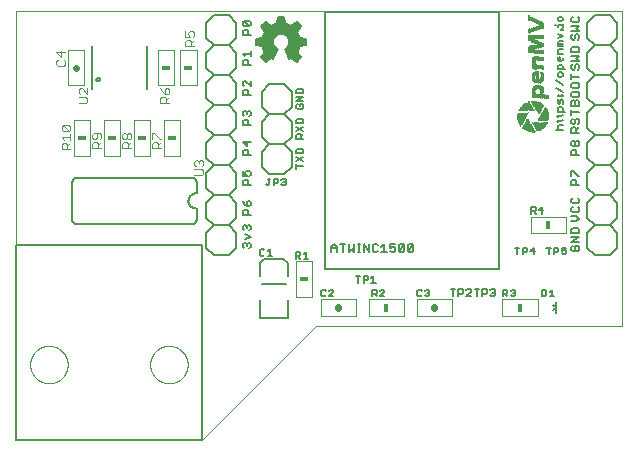
<source format=gto>
G75*
%MOIN*%
%OFA0B0*%
%FSLAX25Y25*%
%IPPOS*%
%LPD*%
%AMOC8*
5,1,8,0,0,1.08239X$1,22.5*
%
%ADD10C,0.00000*%
%ADD11C,0.00600*%
%ADD12C,0.00800*%
%ADD13R,0.01800X0.03000*%
%ADD14C,0.00200*%
%ADD15R,0.03000X0.01800*%
%ADD16C,0.02200*%
%ADD17C,0.00500*%
%ADD18R,0.00100X0.00600*%
%ADD19R,0.00100X0.01500*%
%ADD20R,0.00100X0.02200*%
%ADD21R,0.00100X0.02700*%
%ADD22R,0.00100X0.03100*%
%ADD23R,0.00100X0.00100*%
%ADD24R,0.00100X0.03300*%
%ADD25R,0.00100X0.00300*%
%ADD26R,0.00100X0.03500*%
%ADD27R,0.00100X0.00500*%
%ADD28R,0.00100X0.03700*%
%ADD29R,0.00100X0.01400*%
%ADD30R,0.00100X0.00700*%
%ADD31R,0.00100X0.03900*%
%ADD32R,0.00100X0.00800*%
%ADD33R,0.00100X0.04100*%
%ADD34R,0.00100X0.01000*%
%ADD35R,0.00100X0.04200*%
%ADD36R,0.00100X0.01100*%
%ADD37R,0.00100X0.04400*%
%ADD38R,0.00100X0.01200*%
%ADD39R,0.00100X0.04500*%
%ADD40R,0.00100X0.04300*%
%ADD41R,0.00100X0.01600*%
%ADD42R,0.00100X0.01700*%
%ADD43R,0.00100X0.03800*%
%ADD44R,0.00100X0.01800*%
%ADD45R,0.00100X0.03600*%
%ADD46R,0.00100X0.01900*%
%ADD47R,0.00100X0.03400*%
%ADD48R,0.00100X0.02000*%
%ADD49R,0.00100X0.03200*%
%ADD50R,0.00100X0.02500*%
%ADD51R,0.00100X0.01300*%
%ADD52R,0.00100X0.02100*%
%ADD53R,0.00100X0.02900*%
%ADD54R,0.00100X0.02300*%
%ADD55R,0.00100X0.02400*%
%ADD56R,0.00100X0.04000*%
%ADD57R,0.00100X0.02600*%
%ADD58R,0.00100X0.03000*%
%ADD59R,0.00100X0.02800*%
%ADD60R,0.00100X0.00200*%
%ADD61R,0.00100X0.00400*%
%ADD62R,0.00100X0.00900*%
%ADD63C,0.00300*%
D10*
X0001500Y0001550D02*
X0001500Y0144550D01*
X0203500Y0144550D01*
X0203500Y0039550D01*
X0101500Y0039550D01*
X0063500Y0001550D01*
X0001500Y0001550D01*
X0006250Y0026550D02*
X0006252Y0026708D01*
X0006258Y0026865D01*
X0006268Y0027023D01*
X0006282Y0027180D01*
X0006300Y0027336D01*
X0006321Y0027493D01*
X0006347Y0027648D01*
X0006377Y0027803D01*
X0006410Y0027957D01*
X0006448Y0028110D01*
X0006489Y0028263D01*
X0006534Y0028414D01*
X0006583Y0028564D01*
X0006636Y0028712D01*
X0006692Y0028860D01*
X0006753Y0029005D01*
X0006816Y0029150D01*
X0006884Y0029292D01*
X0006955Y0029433D01*
X0007029Y0029572D01*
X0007107Y0029709D01*
X0007189Y0029844D01*
X0007273Y0029977D01*
X0007362Y0030108D01*
X0007453Y0030236D01*
X0007548Y0030363D01*
X0007645Y0030486D01*
X0007746Y0030608D01*
X0007850Y0030726D01*
X0007957Y0030842D01*
X0008067Y0030955D01*
X0008179Y0031066D01*
X0008295Y0031173D01*
X0008413Y0031278D01*
X0008533Y0031380D01*
X0008656Y0031478D01*
X0008782Y0031574D01*
X0008910Y0031666D01*
X0009040Y0031755D01*
X0009172Y0031841D01*
X0009307Y0031923D01*
X0009444Y0032002D01*
X0009582Y0032077D01*
X0009722Y0032149D01*
X0009865Y0032217D01*
X0010008Y0032282D01*
X0010154Y0032343D01*
X0010301Y0032400D01*
X0010449Y0032454D01*
X0010599Y0032504D01*
X0010749Y0032550D01*
X0010901Y0032592D01*
X0011054Y0032631D01*
X0011208Y0032665D01*
X0011363Y0032696D01*
X0011518Y0032722D01*
X0011674Y0032745D01*
X0011831Y0032764D01*
X0011988Y0032779D01*
X0012145Y0032790D01*
X0012303Y0032797D01*
X0012461Y0032800D01*
X0012618Y0032799D01*
X0012776Y0032794D01*
X0012933Y0032785D01*
X0013091Y0032772D01*
X0013247Y0032755D01*
X0013404Y0032734D01*
X0013559Y0032710D01*
X0013714Y0032681D01*
X0013869Y0032648D01*
X0014022Y0032612D01*
X0014175Y0032571D01*
X0014326Y0032527D01*
X0014476Y0032479D01*
X0014625Y0032428D01*
X0014773Y0032372D01*
X0014919Y0032313D01*
X0015064Y0032250D01*
X0015207Y0032183D01*
X0015348Y0032113D01*
X0015487Y0032040D01*
X0015625Y0031963D01*
X0015761Y0031882D01*
X0015894Y0031798D01*
X0016025Y0031711D01*
X0016154Y0031620D01*
X0016281Y0031526D01*
X0016406Y0031429D01*
X0016527Y0031329D01*
X0016647Y0031226D01*
X0016763Y0031120D01*
X0016877Y0031011D01*
X0016989Y0030899D01*
X0017097Y0030785D01*
X0017202Y0030667D01*
X0017305Y0030547D01*
X0017404Y0030425D01*
X0017500Y0030300D01*
X0017593Y0030172D01*
X0017683Y0030043D01*
X0017769Y0029911D01*
X0017853Y0029777D01*
X0017932Y0029641D01*
X0018009Y0029503D01*
X0018081Y0029363D01*
X0018150Y0029221D01*
X0018216Y0029078D01*
X0018278Y0028933D01*
X0018336Y0028786D01*
X0018391Y0028638D01*
X0018442Y0028489D01*
X0018489Y0028338D01*
X0018532Y0028187D01*
X0018571Y0028034D01*
X0018607Y0027880D01*
X0018638Y0027726D01*
X0018666Y0027571D01*
X0018690Y0027415D01*
X0018710Y0027258D01*
X0018726Y0027101D01*
X0018738Y0026944D01*
X0018746Y0026787D01*
X0018750Y0026629D01*
X0018750Y0026471D01*
X0018746Y0026313D01*
X0018738Y0026156D01*
X0018726Y0025999D01*
X0018710Y0025842D01*
X0018690Y0025685D01*
X0018666Y0025529D01*
X0018638Y0025374D01*
X0018607Y0025220D01*
X0018571Y0025066D01*
X0018532Y0024913D01*
X0018489Y0024762D01*
X0018442Y0024611D01*
X0018391Y0024462D01*
X0018336Y0024314D01*
X0018278Y0024167D01*
X0018216Y0024022D01*
X0018150Y0023879D01*
X0018081Y0023737D01*
X0018009Y0023597D01*
X0017932Y0023459D01*
X0017853Y0023323D01*
X0017769Y0023189D01*
X0017683Y0023057D01*
X0017593Y0022928D01*
X0017500Y0022800D01*
X0017404Y0022675D01*
X0017305Y0022553D01*
X0017202Y0022433D01*
X0017097Y0022315D01*
X0016989Y0022201D01*
X0016877Y0022089D01*
X0016763Y0021980D01*
X0016647Y0021874D01*
X0016527Y0021771D01*
X0016406Y0021671D01*
X0016281Y0021574D01*
X0016154Y0021480D01*
X0016025Y0021389D01*
X0015894Y0021302D01*
X0015761Y0021218D01*
X0015625Y0021137D01*
X0015487Y0021060D01*
X0015348Y0020987D01*
X0015207Y0020917D01*
X0015064Y0020850D01*
X0014919Y0020787D01*
X0014773Y0020728D01*
X0014625Y0020672D01*
X0014476Y0020621D01*
X0014326Y0020573D01*
X0014175Y0020529D01*
X0014022Y0020488D01*
X0013869Y0020452D01*
X0013714Y0020419D01*
X0013559Y0020390D01*
X0013404Y0020366D01*
X0013247Y0020345D01*
X0013091Y0020328D01*
X0012933Y0020315D01*
X0012776Y0020306D01*
X0012618Y0020301D01*
X0012461Y0020300D01*
X0012303Y0020303D01*
X0012145Y0020310D01*
X0011988Y0020321D01*
X0011831Y0020336D01*
X0011674Y0020355D01*
X0011518Y0020378D01*
X0011363Y0020404D01*
X0011208Y0020435D01*
X0011054Y0020469D01*
X0010901Y0020508D01*
X0010749Y0020550D01*
X0010599Y0020596D01*
X0010449Y0020646D01*
X0010301Y0020700D01*
X0010154Y0020757D01*
X0010008Y0020818D01*
X0009865Y0020883D01*
X0009722Y0020951D01*
X0009582Y0021023D01*
X0009444Y0021098D01*
X0009307Y0021177D01*
X0009172Y0021259D01*
X0009040Y0021345D01*
X0008910Y0021434D01*
X0008782Y0021526D01*
X0008656Y0021622D01*
X0008533Y0021720D01*
X0008413Y0021822D01*
X0008295Y0021927D01*
X0008179Y0022034D01*
X0008067Y0022145D01*
X0007957Y0022258D01*
X0007850Y0022374D01*
X0007746Y0022492D01*
X0007645Y0022614D01*
X0007548Y0022737D01*
X0007453Y0022864D01*
X0007362Y0022992D01*
X0007273Y0023123D01*
X0007189Y0023256D01*
X0007107Y0023391D01*
X0007029Y0023528D01*
X0006955Y0023667D01*
X0006884Y0023808D01*
X0006816Y0023950D01*
X0006753Y0024095D01*
X0006692Y0024240D01*
X0006636Y0024388D01*
X0006583Y0024536D01*
X0006534Y0024686D01*
X0006489Y0024837D01*
X0006448Y0024990D01*
X0006410Y0025143D01*
X0006377Y0025297D01*
X0006347Y0025452D01*
X0006321Y0025607D01*
X0006300Y0025764D01*
X0006282Y0025920D01*
X0006268Y0026077D01*
X0006258Y0026235D01*
X0006252Y0026392D01*
X0006250Y0026550D01*
X0046250Y0026550D02*
X0046252Y0026708D01*
X0046258Y0026865D01*
X0046268Y0027023D01*
X0046282Y0027180D01*
X0046300Y0027336D01*
X0046321Y0027493D01*
X0046347Y0027648D01*
X0046377Y0027803D01*
X0046410Y0027957D01*
X0046448Y0028110D01*
X0046489Y0028263D01*
X0046534Y0028414D01*
X0046583Y0028564D01*
X0046636Y0028712D01*
X0046692Y0028860D01*
X0046753Y0029005D01*
X0046816Y0029150D01*
X0046884Y0029292D01*
X0046955Y0029433D01*
X0047029Y0029572D01*
X0047107Y0029709D01*
X0047189Y0029844D01*
X0047273Y0029977D01*
X0047362Y0030108D01*
X0047453Y0030236D01*
X0047548Y0030363D01*
X0047645Y0030486D01*
X0047746Y0030608D01*
X0047850Y0030726D01*
X0047957Y0030842D01*
X0048067Y0030955D01*
X0048179Y0031066D01*
X0048295Y0031173D01*
X0048413Y0031278D01*
X0048533Y0031380D01*
X0048656Y0031478D01*
X0048782Y0031574D01*
X0048910Y0031666D01*
X0049040Y0031755D01*
X0049172Y0031841D01*
X0049307Y0031923D01*
X0049444Y0032002D01*
X0049582Y0032077D01*
X0049722Y0032149D01*
X0049865Y0032217D01*
X0050008Y0032282D01*
X0050154Y0032343D01*
X0050301Y0032400D01*
X0050449Y0032454D01*
X0050599Y0032504D01*
X0050749Y0032550D01*
X0050901Y0032592D01*
X0051054Y0032631D01*
X0051208Y0032665D01*
X0051363Y0032696D01*
X0051518Y0032722D01*
X0051674Y0032745D01*
X0051831Y0032764D01*
X0051988Y0032779D01*
X0052145Y0032790D01*
X0052303Y0032797D01*
X0052461Y0032800D01*
X0052618Y0032799D01*
X0052776Y0032794D01*
X0052933Y0032785D01*
X0053091Y0032772D01*
X0053247Y0032755D01*
X0053404Y0032734D01*
X0053559Y0032710D01*
X0053714Y0032681D01*
X0053869Y0032648D01*
X0054022Y0032612D01*
X0054175Y0032571D01*
X0054326Y0032527D01*
X0054476Y0032479D01*
X0054625Y0032428D01*
X0054773Y0032372D01*
X0054919Y0032313D01*
X0055064Y0032250D01*
X0055207Y0032183D01*
X0055348Y0032113D01*
X0055487Y0032040D01*
X0055625Y0031963D01*
X0055761Y0031882D01*
X0055894Y0031798D01*
X0056025Y0031711D01*
X0056154Y0031620D01*
X0056281Y0031526D01*
X0056406Y0031429D01*
X0056527Y0031329D01*
X0056647Y0031226D01*
X0056763Y0031120D01*
X0056877Y0031011D01*
X0056989Y0030899D01*
X0057097Y0030785D01*
X0057202Y0030667D01*
X0057305Y0030547D01*
X0057404Y0030425D01*
X0057500Y0030300D01*
X0057593Y0030172D01*
X0057683Y0030043D01*
X0057769Y0029911D01*
X0057853Y0029777D01*
X0057932Y0029641D01*
X0058009Y0029503D01*
X0058081Y0029363D01*
X0058150Y0029221D01*
X0058216Y0029078D01*
X0058278Y0028933D01*
X0058336Y0028786D01*
X0058391Y0028638D01*
X0058442Y0028489D01*
X0058489Y0028338D01*
X0058532Y0028187D01*
X0058571Y0028034D01*
X0058607Y0027880D01*
X0058638Y0027726D01*
X0058666Y0027571D01*
X0058690Y0027415D01*
X0058710Y0027258D01*
X0058726Y0027101D01*
X0058738Y0026944D01*
X0058746Y0026787D01*
X0058750Y0026629D01*
X0058750Y0026471D01*
X0058746Y0026313D01*
X0058738Y0026156D01*
X0058726Y0025999D01*
X0058710Y0025842D01*
X0058690Y0025685D01*
X0058666Y0025529D01*
X0058638Y0025374D01*
X0058607Y0025220D01*
X0058571Y0025066D01*
X0058532Y0024913D01*
X0058489Y0024762D01*
X0058442Y0024611D01*
X0058391Y0024462D01*
X0058336Y0024314D01*
X0058278Y0024167D01*
X0058216Y0024022D01*
X0058150Y0023879D01*
X0058081Y0023737D01*
X0058009Y0023597D01*
X0057932Y0023459D01*
X0057853Y0023323D01*
X0057769Y0023189D01*
X0057683Y0023057D01*
X0057593Y0022928D01*
X0057500Y0022800D01*
X0057404Y0022675D01*
X0057305Y0022553D01*
X0057202Y0022433D01*
X0057097Y0022315D01*
X0056989Y0022201D01*
X0056877Y0022089D01*
X0056763Y0021980D01*
X0056647Y0021874D01*
X0056527Y0021771D01*
X0056406Y0021671D01*
X0056281Y0021574D01*
X0056154Y0021480D01*
X0056025Y0021389D01*
X0055894Y0021302D01*
X0055761Y0021218D01*
X0055625Y0021137D01*
X0055487Y0021060D01*
X0055348Y0020987D01*
X0055207Y0020917D01*
X0055064Y0020850D01*
X0054919Y0020787D01*
X0054773Y0020728D01*
X0054625Y0020672D01*
X0054476Y0020621D01*
X0054326Y0020573D01*
X0054175Y0020529D01*
X0054022Y0020488D01*
X0053869Y0020452D01*
X0053714Y0020419D01*
X0053559Y0020390D01*
X0053404Y0020366D01*
X0053247Y0020345D01*
X0053091Y0020328D01*
X0052933Y0020315D01*
X0052776Y0020306D01*
X0052618Y0020301D01*
X0052461Y0020300D01*
X0052303Y0020303D01*
X0052145Y0020310D01*
X0051988Y0020321D01*
X0051831Y0020336D01*
X0051674Y0020355D01*
X0051518Y0020378D01*
X0051363Y0020404D01*
X0051208Y0020435D01*
X0051054Y0020469D01*
X0050901Y0020508D01*
X0050749Y0020550D01*
X0050599Y0020596D01*
X0050449Y0020646D01*
X0050301Y0020700D01*
X0050154Y0020757D01*
X0050008Y0020818D01*
X0049865Y0020883D01*
X0049722Y0020951D01*
X0049582Y0021023D01*
X0049444Y0021098D01*
X0049307Y0021177D01*
X0049172Y0021259D01*
X0049040Y0021345D01*
X0048910Y0021434D01*
X0048782Y0021526D01*
X0048656Y0021622D01*
X0048533Y0021720D01*
X0048413Y0021822D01*
X0048295Y0021927D01*
X0048179Y0022034D01*
X0048067Y0022145D01*
X0047957Y0022258D01*
X0047850Y0022374D01*
X0047746Y0022492D01*
X0047645Y0022614D01*
X0047548Y0022737D01*
X0047453Y0022864D01*
X0047362Y0022992D01*
X0047273Y0023123D01*
X0047189Y0023256D01*
X0047107Y0023391D01*
X0047029Y0023528D01*
X0046955Y0023667D01*
X0046884Y0023808D01*
X0046816Y0023950D01*
X0046753Y0024095D01*
X0046692Y0024240D01*
X0046636Y0024388D01*
X0046583Y0024536D01*
X0046534Y0024686D01*
X0046489Y0024837D01*
X0046448Y0024990D01*
X0046410Y0025143D01*
X0046377Y0025297D01*
X0046347Y0025452D01*
X0046321Y0025607D01*
X0046300Y0025764D01*
X0046282Y0025920D01*
X0046268Y0026077D01*
X0046258Y0026235D01*
X0046252Y0026392D01*
X0046250Y0026550D01*
D11*
X0077531Y0065350D02*
X0077098Y0065784D01*
X0077098Y0066651D01*
X0077531Y0067085D01*
X0077965Y0067085D01*
X0078399Y0066651D01*
X0078833Y0067085D01*
X0079266Y0067085D01*
X0079700Y0066651D01*
X0079700Y0065784D01*
X0079266Y0065350D01*
X0078399Y0066217D02*
X0078399Y0066651D01*
X0077965Y0068297D02*
X0079700Y0069164D01*
X0077965Y0070031D01*
X0077531Y0071243D02*
X0077098Y0071677D01*
X0077098Y0072544D01*
X0077531Y0072978D01*
X0077965Y0072978D01*
X0078399Y0072544D01*
X0078833Y0072978D01*
X0079266Y0072978D01*
X0079700Y0072544D01*
X0079700Y0071677D01*
X0079266Y0071243D01*
X0078399Y0072110D02*
X0078399Y0072544D01*
X0078833Y0076350D02*
X0078833Y0077651D01*
X0078399Y0078085D01*
X0077531Y0078085D01*
X0077098Y0077651D01*
X0077098Y0076350D01*
X0079700Y0076350D01*
X0079266Y0079297D02*
X0079700Y0079730D01*
X0079700Y0080598D01*
X0079266Y0081031D01*
X0078833Y0081031D01*
X0078399Y0080598D01*
X0078399Y0079297D01*
X0079266Y0079297D01*
X0078399Y0079297D02*
X0077531Y0080164D01*
X0077098Y0081031D01*
X0077098Y0086350D02*
X0077098Y0087651D01*
X0077531Y0088085D01*
X0078399Y0088085D01*
X0078833Y0087651D01*
X0078833Y0086350D01*
X0079700Y0086350D02*
X0077098Y0086350D01*
X0077098Y0089297D02*
X0078399Y0089297D01*
X0077965Y0090164D01*
X0077965Y0090598D01*
X0078399Y0091031D01*
X0079266Y0091031D01*
X0079700Y0090598D01*
X0079700Y0089730D01*
X0079266Y0089297D01*
X0077098Y0089297D02*
X0077098Y0091031D01*
X0077098Y0096350D02*
X0077098Y0097651D01*
X0077531Y0098085D01*
X0078399Y0098085D01*
X0078833Y0097651D01*
X0078833Y0096350D01*
X0079700Y0096350D02*
X0077098Y0096350D01*
X0078399Y0099297D02*
X0078399Y0101031D01*
X0079700Y0100598D02*
X0077098Y0100598D01*
X0078399Y0099297D01*
X0083500Y0097550D02*
X0086000Y0100050D01*
X0083500Y0102550D01*
X0083500Y0107550D01*
X0086000Y0110050D01*
X0083500Y0112550D01*
X0083500Y0117550D01*
X0086000Y0120050D01*
X0091000Y0120050D01*
X0093500Y0117550D01*
X0093500Y0112550D01*
X0091000Y0110050D01*
X0093500Y0107550D01*
X0093500Y0102550D01*
X0091000Y0100050D01*
X0093500Y0097550D01*
X0093500Y0092550D01*
X0091000Y0090050D01*
X0086000Y0090050D01*
X0083500Y0092550D01*
X0083500Y0097550D01*
X0086000Y0100050D02*
X0091000Y0100050D01*
X0094998Y0101850D02*
X0094998Y0102951D01*
X0095365Y0103318D01*
X0096099Y0103318D01*
X0096466Y0102951D01*
X0096466Y0101850D01*
X0096466Y0102584D02*
X0097200Y0103318D01*
X0097200Y0104428D02*
X0094998Y0105896D01*
X0094998Y0107006D02*
X0094998Y0108107D01*
X0095365Y0108474D01*
X0096833Y0108474D01*
X0097200Y0108107D01*
X0097200Y0107006D01*
X0094998Y0107006D01*
X0097200Y0105896D02*
X0094998Y0104428D01*
X0094998Y0101850D02*
X0097200Y0101850D01*
X0096833Y0098474D02*
X0095365Y0098474D01*
X0094998Y0098107D01*
X0094998Y0097006D01*
X0097200Y0097006D01*
X0097200Y0098107D01*
X0096833Y0098474D01*
X0097200Y0095896D02*
X0094998Y0094428D01*
X0094998Y0093318D02*
X0094998Y0091850D01*
X0094998Y0092584D02*
X0097200Y0092584D01*
X0097200Y0094428D02*
X0094998Y0095896D01*
X0091057Y0088552D02*
X0091424Y0088185D01*
X0091424Y0087818D01*
X0091057Y0087451D01*
X0091424Y0087084D01*
X0091424Y0086717D01*
X0091057Y0086350D01*
X0090323Y0086350D01*
X0089956Y0086717D01*
X0090690Y0087451D02*
X0091057Y0087451D01*
X0091057Y0088552D02*
X0090323Y0088552D01*
X0089956Y0088185D01*
X0088846Y0088185D02*
X0088846Y0087451D01*
X0088479Y0087084D01*
X0087378Y0087084D01*
X0087378Y0086350D02*
X0087378Y0088552D01*
X0088479Y0088552D01*
X0088846Y0088185D01*
X0086268Y0088552D02*
X0085534Y0088552D01*
X0085901Y0088552D02*
X0085901Y0086717D01*
X0085534Y0086350D01*
X0085167Y0086350D01*
X0084800Y0086717D01*
X0079700Y0106350D02*
X0077098Y0106350D01*
X0077098Y0107651D01*
X0077531Y0108085D01*
X0078399Y0108085D01*
X0078833Y0107651D01*
X0078833Y0106350D01*
X0079266Y0109297D02*
X0079700Y0109730D01*
X0079700Y0110598D01*
X0079266Y0111031D01*
X0078833Y0111031D01*
X0078399Y0110598D01*
X0078399Y0110164D01*
X0078399Y0110598D02*
X0077965Y0111031D01*
X0077531Y0111031D01*
X0077098Y0110598D01*
X0077098Y0109730D01*
X0077531Y0109297D01*
X0077098Y0116350D02*
X0077098Y0117651D01*
X0077531Y0118085D01*
X0078399Y0118085D01*
X0078833Y0117651D01*
X0078833Y0116350D01*
X0079700Y0116350D02*
X0077098Y0116350D01*
X0077531Y0119297D02*
X0077098Y0119730D01*
X0077098Y0120598D01*
X0077531Y0121031D01*
X0077965Y0121031D01*
X0079700Y0119297D01*
X0079700Y0121031D01*
X0079700Y0126350D02*
X0077098Y0126350D01*
X0077098Y0127651D01*
X0077531Y0128085D01*
X0078399Y0128085D01*
X0078833Y0127651D01*
X0078833Y0126350D01*
X0079700Y0129297D02*
X0079700Y0131031D01*
X0079700Y0130164D02*
X0077098Y0130164D01*
X0077965Y0129297D01*
X0081500Y0133150D02*
X0081500Y0135150D01*
X0083800Y0135550D01*
X0084105Y0135312D02*
X0087000Y0135312D01*
X0087000Y0135550D02*
X0087000Y0132550D01*
X0088500Y0131550D01*
X0087000Y0129050D01*
X0086500Y0129050D01*
X0085000Y0128050D01*
X0084000Y0129050D01*
X0085000Y0130550D01*
X0084000Y0133050D01*
X0082000Y0133550D01*
X0082000Y0135050D01*
X0084000Y0135050D01*
X0085000Y0137550D01*
X0083500Y0139550D01*
X0085000Y0140550D01*
X0086500Y0139050D01*
X0088500Y0140050D01*
X0089000Y0142050D01*
X0090500Y0142050D01*
X0091000Y0140050D01*
X0093000Y0139050D01*
X0095000Y0140550D01*
X0096000Y0139550D01*
X0095000Y0137550D01*
X0096000Y0135050D01*
X0098000Y0135050D01*
X0098000Y0133550D01*
X0095500Y0133050D01*
X0095000Y0130550D01*
X0096000Y0129050D01*
X0095000Y0128050D01*
X0093500Y0129050D01*
X0092500Y0128550D01*
X0091500Y0131550D01*
X0093000Y0133550D01*
X0092500Y0136050D01*
X0090500Y0137050D01*
X0088500Y0137050D01*
X0087000Y0135550D01*
X0087360Y0135910D02*
X0084344Y0135910D01*
X0084584Y0136509D02*
X0087959Y0136509D01*
X0087000Y0134713D02*
X0082000Y0134713D01*
X0082000Y0134115D02*
X0087000Y0134115D01*
X0087000Y0133516D02*
X0082135Y0133516D01*
X0081500Y0133150D02*
X0083700Y0132750D01*
X0084053Y0132918D02*
X0087000Y0132918D01*
X0087346Y0132319D02*
X0084292Y0132319D01*
X0084532Y0131721D02*
X0088244Y0131721D01*
X0088700Y0131750D02*
X0087200Y0128350D01*
X0086500Y0128750D01*
X0084700Y0127550D01*
X0083300Y0128950D01*
X0084500Y0130750D01*
X0084771Y0131122D02*
X0088243Y0131122D01*
X0087884Y0130524D02*
X0084982Y0130524D01*
X0084583Y0129925D02*
X0087525Y0129925D01*
X0087166Y0129327D02*
X0084184Y0129327D01*
X0084322Y0128728D02*
X0086017Y0128728D01*
X0085120Y0128130D02*
X0084920Y0128130D01*
X0091100Y0131750D02*
X0092500Y0128350D01*
X0093300Y0128750D01*
X0095100Y0127550D01*
X0096500Y0128950D01*
X0095200Y0130750D01*
X0095018Y0130524D02*
X0091842Y0130524D01*
X0091643Y0131122D02*
X0095114Y0131122D01*
X0095234Y0131721D02*
X0091628Y0131721D01*
X0092077Y0132319D02*
X0095354Y0132319D01*
X0095474Y0132918D02*
X0092526Y0132918D01*
X0092975Y0133516D02*
X0097831Y0133516D01*
X0098200Y0133150D02*
X0098200Y0135150D01*
X0096000Y0135550D01*
X0095895Y0135312D02*
X0092648Y0135312D01*
X0092528Y0135910D02*
X0095656Y0135910D01*
X0095416Y0136509D02*
X0091582Y0136509D01*
X0092767Y0134713D02*
X0098000Y0134713D01*
X0098000Y0134115D02*
X0092887Y0134115D01*
X0096018Y0135558D02*
X0095978Y0135701D01*
X0095935Y0135843D01*
X0095888Y0135984D01*
X0095837Y0136123D01*
X0095783Y0136261D01*
X0095726Y0136398D01*
X0095665Y0136534D01*
X0095601Y0136667D01*
X0095534Y0136800D01*
X0095464Y0136930D01*
X0095390Y0137059D01*
X0095313Y0137186D01*
X0095233Y0137311D01*
X0095150Y0137434D01*
X0095100Y0137450D02*
X0096500Y0139350D01*
X0095100Y0140750D01*
X0093100Y0139450D01*
X0093602Y0139501D02*
X0095976Y0139501D01*
X0095676Y0138903D02*
X0083985Y0138903D01*
X0083536Y0139501D02*
X0086049Y0139501D01*
X0086600Y0139450D02*
X0084700Y0140750D01*
X0083300Y0139350D01*
X0084600Y0137450D01*
X0084883Y0137706D02*
X0095078Y0137706D01*
X0095177Y0137107D02*
X0084823Y0137107D01*
X0084434Y0138304D02*
X0095377Y0138304D01*
X0095450Y0140100D02*
X0094400Y0140100D01*
X0092097Y0139501D02*
X0087403Y0139501D01*
X0088400Y0140150D02*
X0088900Y0142550D01*
X0090800Y0142550D01*
X0091300Y0140150D01*
X0090988Y0140100D02*
X0088512Y0140100D01*
X0088662Y0140698D02*
X0090838Y0140698D01*
X0090688Y0141297D02*
X0088812Y0141297D01*
X0088961Y0141895D02*
X0090539Y0141895D01*
X0085450Y0140100D02*
X0084325Y0140100D01*
X0083726Y0132590D02*
X0083767Y0132444D01*
X0083811Y0132299D01*
X0083858Y0132156D01*
X0083910Y0132013D01*
X0083964Y0131872D01*
X0084023Y0131732D01*
X0084084Y0131593D01*
X0084149Y0131456D01*
X0084218Y0131321D01*
X0084289Y0131188D01*
X0084364Y0131056D01*
X0084443Y0130926D01*
X0084524Y0130798D01*
X0086624Y0139408D02*
X0086751Y0139481D01*
X0086880Y0139552D01*
X0087010Y0139620D01*
X0087142Y0139684D01*
X0087276Y0139746D01*
X0087411Y0139804D01*
X0087547Y0139859D01*
X0087685Y0139911D01*
X0087823Y0139960D01*
X0087963Y0140005D01*
X0088104Y0140048D01*
X0088246Y0140086D01*
X0088388Y0140122D01*
X0088700Y0131750D02*
X0088608Y0131797D01*
X0088518Y0131848D01*
X0088430Y0131902D01*
X0088344Y0131959D01*
X0088261Y0132019D01*
X0088179Y0132083D01*
X0088101Y0132150D01*
X0088024Y0132219D01*
X0087951Y0132291D01*
X0087880Y0132367D01*
X0087812Y0132444D01*
X0087747Y0132525D01*
X0087685Y0132607D01*
X0087627Y0132692D01*
X0087571Y0132779D01*
X0087519Y0132868D01*
X0087471Y0132959D01*
X0087425Y0133052D01*
X0087384Y0133146D01*
X0087346Y0133242D01*
X0087311Y0133340D01*
X0087281Y0133438D01*
X0087254Y0133538D01*
X0087230Y0133638D01*
X0087211Y0133740D01*
X0087196Y0133842D01*
X0087184Y0133944D01*
X0087176Y0134047D01*
X0087172Y0134150D01*
X0087173Y0134254D01*
X0087177Y0134357D01*
X0087184Y0134460D01*
X0087196Y0134562D01*
X0087212Y0134664D01*
X0087231Y0134766D01*
X0087255Y0134866D01*
X0087282Y0134966D01*
X0087312Y0135064D01*
X0087347Y0135161D01*
X0087385Y0135257D01*
X0087427Y0135352D01*
X0087472Y0135444D01*
X0087521Y0135535D01*
X0087573Y0135624D01*
X0087629Y0135711D01*
X0087688Y0135796D01*
X0087750Y0135879D01*
X0087815Y0135959D01*
X0087883Y0136036D01*
X0087954Y0136111D01*
X0088027Y0136184D01*
X0088104Y0136253D01*
X0088183Y0136320D01*
X0088264Y0136383D01*
X0088348Y0136443D01*
X0088434Y0136500D01*
X0088522Y0136554D01*
X0088612Y0136605D01*
X0088704Y0136652D01*
X0088797Y0136695D01*
X0088892Y0136735D01*
X0088989Y0136771D01*
X0089087Y0136804D01*
X0089186Y0136833D01*
X0089286Y0136858D01*
X0089387Y0136879D01*
X0089489Y0136897D01*
X0089591Y0136910D01*
X0089694Y0136920D01*
X0089797Y0136926D01*
X0089900Y0136928D01*
X0090003Y0136926D01*
X0090106Y0136920D01*
X0090209Y0136910D01*
X0090311Y0136897D01*
X0090413Y0136879D01*
X0090514Y0136858D01*
X0090614Y0136833D01*
X0090713Y0136804D01*
X0090811Y0136771D01*
X0090908Y0136735D01*
X0091003Y0136695D01*
X0091096Y0136652D01*
X0091188Y0136605D01*
X0091278Y0136554D01*
X0091366Y0136500D01*
X0091452Y0136443D01*
X0091536Y0136383D01*
X0091617Y0136320D01*
X0091696Y0136253D01*
X0091773Y0136184D01*
X0091846Y0136111D01*
X0091917Y0136036D01*
X0091985Y0135959D01*
X0092050Y0135879D01*
X0092112Y0135796D01*
X0092171Y0135711D01*
X0092227Y0135624D01*
X0092279Y0135535D01*
X0092328Y0135444D01*
X0092373Y0135352D01*
X0092415Y0135257D01*
X0092453Y0135161D01*
X0092488Y0135064D01*
X0092518Y0134966D01*
X0092545Y0134866D01*
X0092569Y0134766D01*
X0092588Y0134664D01*
X0092604Y0134562D01*
X0092616Y0134460D01*
X0092623Y0134357D01*
X0092627Y0134254D01*
X0092628Y0134150D01*
X0092624Y0134047D01*
X0092616Y0133944D01*
X0092604Y0133842D01*
X0092589Y0133740D01*
X0092570Y0133638D01*
X0092546Y0133538D01*
X0092519Y0133438D01*
X0092489Y0133340D01*
X0092454Y0133242D01*
X0092416Y0133146D01*
X0092375Y0133052D01*
X0092329Y0132959D01*
X0092281Y0132868D01*
X0092229Y0132779D01*
X0092173Y0132692D01*
X0092115Y0132607D01*
X0092053Y0132525D01*
X0091988Y0132444D01*
X0091920Y0132367D01*
X0091849Y0132291D01*
X0091776Y0132219D01*
X0091699Y0132150D01*
X0091621Y0132083D01*
X0091539Y0132019D01*
X0091456Y0131959D01*
X0091370Y0131902D01*
X0091282Y0131848D01*
X0091192Y0131797D01*
X0091100Y0131750D01*
X0092042Y0129925D02*
X0095417Y0129925D01*
X0095816Y0129327D02*
X0092241Y0129327D01*
X0092441Y0128728D02*
X0092856Y0128728D01*
X0093983Y0128728D02*
X0095678Y0128728D01*
X0095080Y0128130D02*
X0094880Y0128130D01*
X0096000Y0132750D02*
X0098200Y0133150D01*
X0093092Y0139450D02*
X0092963Y0139524D01*
X0092832Y0139596D01*
X0092699Y0139664D01*
X0092565Y0139729D01*
X0092430Y0139790D01*
X0092293Y0139849D01*
X0092154Y0139904D01*
X0092015Y0139956D01*
X0091874Y0140004D01*
X0091732Y0140049D01*
X0091589Y0140091D01*
X0091445Y0140129D01*
X0091300Y0140164D01*
X0095990Y0132758D02*
X0095956Y0132608D01*
X0095919Y0132459D01*
X0095877Y0132311D01*
X0095833Y0132164D01*
X0095784Y0132018D01*
X0095732Y0131873D01*
X0095677Y0131730D01*
X0095618Y0131588D01*
X0095555Y0131447D01*
X0095489Y0131308D01*
X0095420Y0131171D01*
X0095347Y0131036D01*
X0095271Y0130902D01*
X0095192Y0130770D01*
X0083782Y0135572D02*
X0083823Y0135724D01*
X0083867Y0135876D01*
X0083915Y0136027D01*
X0083966Y0136176D01*
X0084022Y0136324D01*
X0084081Y0136470D01*
X0084144Y0136615D01*
X0084210Y0136759D01*
X0084280Y0136900D01*
X0084353Y0137040D01*
X0084430Y0137178D01*
X0084511Y0137314D01*
X0084595Y0137448D01*
X0079700Y0136350D02*
X0077098Y0136350D01*
X0077098Y0137651D01*
X0077531Y0138085D01*
X0078399Y0138085D01*
X0078833Y0137651D01*
X0078833Y0136350D01*
X0079266Y0139297D02*
X0077531Y0139297D01*
X0077098Y0139730D01*
X0077098Y0140598D01*
X0077531Y0141031D01*
X0079266Y0139297D01*
X0079700Y0139730D01*
X0079700Y0140598D01*
X0079266Y0141031D01*
X0077531Y0141031D01*
X0095365Y0118474D02*
X0094998Y0118107D01*
X0094998Y0117006D01*
X0097200Y0117006D01*
X0097200Y0118107D01*
X0096833Y0118474D01*
X0095365Y0118474D01*
X0094998Y0115896D02*
X0097200Y0115896D01*
X0094998Y0114428D01*
X0097200Y0114428D01*
X0096833Y0113318D02*
X0096099Y0113318D01*
X0096099Y0112584D01*
X0095365Y0113318D02*
X0094998Y0112951D01*
X0094998Y0112217D01*
X0095365Y0111850D01*
X0096833Y0111850D01*
X0097200Y0112217D01*
X0097200Y0112951D01*
X0096833Y0113318D01*
X0091000Y0110050D02*
X0086000Y0110050D01*
X0045299Y0118452D02*
X0045299Y0132648D01*
X0026701Y0132648D02*
X0026701Y0118452D01*
X0082800Y0064685D02*
X0082800Y0063217D01*
X0083167Y0062850D01*
X0083901Y0062850D01*
X0084268Y0063217D01*
X0085378Y0062850D02*
X0086846Y0062850D01*
X0086112Y0062850D02*
X0086112Y0065052D01*
X0085378Y0064318D01*
X0084268Y0064685D02*
X0083901Y0065052D01*
X0083167Y0065052D01*
X0082800Y0064685D01*
X0094800Y0064052D02*
X0094800Y0061850D01*
X0094800Y0062584D02*
X0095901Y0062584D01*
X0096268Y0062951D01*
X0096268Y0063685D01*
X0095901Y0064052D01*
X0094800Y0064052D01*
X0095534Y0062584D02*
X0096268Y0061850D01*
X0097378Y0061850D02*
X0098846Y0061850D01*
X0098112Y0061850D02*
X0098112Y0064052D01*
X0097378Y0063318D01*
X0106625Y0064100D02*
X0106625Y0065835D01*
X0107492Y0066702D01*
X0108360Y0065835D01*
X0108360Y0064100D01*
X0108360Y0065401D02*
X0106625Y0065401D01*
X0109572Y0066702D02*
X0111306Y0066702D01*
X0110439Y0066702D02*
X0110439Y0064100D01*
X0112518Y0064100D02*
X0112518Y0066702D01*
X0114253Y0066702D02*
X0114253Y0064100D01*
X0113385Y0064967D01*
X0112518Y0064100D01*
X0115465Y0064100D02*
X0116332Y0064100D01*
X0115898Y0064100D02*
X0115898Y0066702D01*
X0115465Y0066702D02*
X0116332Y0066702D01*
X0117429Y0066702D02*
X0117429Y0064100D01*
X0119164Y0064100D02*
X0117429Y0066702D01*
X0119164Y0066702D02*
X0119164Y0064100D01*
X0120375Y0064534D02*
X0120809Y0064100D01*
X0121677Y0064100D01*
X0122110Y0064534D01*
X0123322Y0064100D02*
X0125057Y0064100D01*
X0124189Y0064100D02*
X0124189Y0066702D01*
X0123322Y0065835D01*
X0122110Y0066269D02*
X0121677Y0066702D01*
X0120809Y0066702D01*
X0120375Y0066269D01*
X0120375Y0064534D01*
X0126268Y0064534D02*
X0126702Y0064100D01*
X0127570Y0064100D01*
X0128003Y0064534D01*
X0128003Y0065401D01*
X0127570Y0065835D01*
X0127136Y0065835D01*
X0126268Y0065401D01*
X0126268Y0066702D01*
X0128003Y0066702D01*
X0129215Y0066269D02*
X0129649Y0066702D01*
X0130516Y0066702D01*
X0130950Y0066269D01*
X0129215Y0064534D01*
X0129649Y0064100D01*
X0130516Y0064100D01*
X0130950Y0064534D01*
X0130950Y0066269D01*
X0132161Y0066269D02*
X0132595Y0066702D01*
X0133463Y0066702D01*
X0133896Y0066269D01*
X0132161Y0064534D01*
X0132595Y0064100D01*
X0133463Y0064100D01*
X0133896Y0064534D01*
X0133896Y0066269D01*
X0132161Y0066269D02*
X0132161Y0064534D01*
X0129215Y0064534D02*
X0129215Y0066269D01*
X0120690Y0056052D02*
X0120690Y0053850D01*
X0119956Y0053850D02*
X0121424Y0053850D01*
X0119956Y0055318D02*
X0120690Y0056052D01*
X0118846Y0055685D02*
X0118846Y0054951D01*
X0118479Y0054584D01*
X0117378Y0054584D01*
X0117378Y0053850D02*
X0117378Y0056052D01*
X0118479Y0056052D01*
X0118846Y0055685D01*
X0116268Y0056052D02*
X0114800Y0056052D01*
X0115534Y0056052D02*
X0115534Y0053850D01*
X0120300Y0051552D02*
X0120300Y0049350D01*
X0120300Y0050084D02*
X0121401Y0050084D01*
X0121768Y0050451D01*
X0121768Y0051185D01*
X0121401Y0051552D01*
X0120300Y0051552D01*
X0121034Y0050084D02*
X0121768Y0049350D01*
X0122878Y0049350D02*
X0124346Y0050818D01*
X0124346Y0051185D01*
X0123979Y0051552D01*
X0123245Y0051552D01*
X0122878Y0051185D01*
X0122878Y0049350D02*
X0124346Y0049350D01*
X0135300Y0049717D02*
X0135667Y0049350D01*
X0136401Y0049350D01*
X0136768Y0049717D01*
X0137878Y0049717D02*
X0138245Y0049350D01*
X0138979Y0049350D01*
X0139346Y0049717D01*
X0139346Y0050084D01*
X0138979Y0050451D01*
X0138612Y0050451D01*
X0138979Y0050451D02*
X0139346Y0050818D01*
X0139346Y0051185D01*
X0138979Y0051552D01*
X0138245Y0051552D01*
X0137878Y0051185D01*
X0136768Y0051185D02*
X0136401Y0051552D01*
X0135667Y0051552D01*
X0135300Y0051185D01*
X0135300Y0049717D01*
X0146438Y0051611D02*
X0147906Y0051611D01*
X0147172Y0051611D02*
X0147172Y0049409D01*
X0149016Y0049409D02*
X0149016Y0051611D01*
X0150117Y0051611D01*
X0150484Y0051244D01*
X0150484Y0050510D01*
X0150117Y0050143D01*
X0149016Y0050143D01*
X0151595Y0049409D02*
X0153063Y0050877D01*
X0153063Y0051244D01*
X0152696Y0051611D01*
X0151962Y0051611D01*
X0151595Y0051244D01*
X0151595Y0049409D02*
X0153063Y0049409D01*
X0155172Y0049409D02*
X0155172Y0051611D01*
X0154438Y0051611D02*
X0155906Y0051611D01*
X0157016Y0051611D02*
X0158117Y0051611D01*
X0158484Y0051244D01*
X0158484Y0050510D01*
X0158117Y0050143D01*
X0157016Y0050143D01*
X0157016Y0049409D02*
X0157016Y0051611D01*
X0159595Y0051244D02*
X0159962Y0051611D01*
X0160696Y0051611D01*
X0161063Y0051244D01*
X0161063Y0050877D01*
X0160696Y0050510D01*
X0161063Y0050143D01*
X0161063Y0049776D01*
X0160696Y0049409D01*
X0159962Y0049409D01*
X0159595Y0049776D01*
X0160329Y0050510D02*
X0160696Y0050510D01*
X0163800Y0050084D02*
X0164901Y0050084D01*
X0165268Y0050451D01*
X0165268Y0051185D01*
X0164901Y0051552D01*
X0163800Y0051552D01*
X0163800Y0049350D01*
X0164534Y0050084D02*
X0165268Y0049350D01*
X0166378Y0049717D02*
X0166745Y0049350D01*
X0167479Y0049350D01*
X0167846Y0049717D01*
X0167846Y0050084D01*
X0167479Y0050451D01*
X0167112Y0050451D01*
X0167479Y0050451D02*
X0167846Y0050818D01*
X0167846Y0051185D01*
X0167479Y0051552D01*
X0166745Y0051552D01*
X0166378Y0051185D01*
X0176800Y0051552D02*
X0176800Y0049350D01*
X0177901Y0049350D01*
X0178268Y0049717D01*
X0178268Y0051185D01*
X0177901Y0051552D01*
X0176800Y0051552D01*
X0179378Y0050818D02*
X0180112Y0051552D01*
X0180112Y0049350D01*
X0179378Y0049350D02*
X0180846Y0049350D01*
X0180878Y0063350D02*
X0180878Y0065552D01*
X0181979Y0065552D01*
X0182346Y0065185D01*
X0182346Y0064451D01*
X0181979Y0064084D01*
X0180878Y0064084D01*
X0179768Y0065552D02*
X0178300Y0065552D01*
X0179034Y0065552D02*
X0179034Y0063350D01*
X0183456Y0063717D02*
X0183823Y0063350D01*
X0184557Y0063350D01*
X0184924Y0063717D01*
X0184924Y0064451D01*
X0184557Y0064818D01*
X0184190Y0064818D01*
X0183456Y0064451D01*
X0183456Y0065552D01*
X0184924Y0065552D01*
X0186598Y0065651D02*
X0186598Y0064784D01*
X0187031Y0064350D01*
X0188766Y0064350D01*
X0189200Y0064784D01*
X0189200Y0065651D01*
X0188766Y0066085D01*
X0187899Y0066085D01*
X0187899Y0065217D01*
X0187031Y0066085D02*
X0186598Y0065651D01*
X0186598Y0067297D02*
X0189200Y0069031D01*
X0186598Y0069031D01*
X0186598Y0070243D02*
X0186598Y0071544D01*
X0187031Y0071978D01*
X0188766Y0071978D01*
X0189200Y0071544D01*
X0189200Y0070243D01*
X0186598Y0070243D01*
X0186598Y0067297D02*
X0189200Y0067297D01*
X0188333Y0074350D02*
X0189200Y0075217D01*
X0188333Y0076085D01*
X0186598Y0076085D01*
X0187031Y0077297D02*
X0188766Y0077297D01*
X0189200Y0077730D01*
X0189200Y0078598D01*
X0188766Y0079031D01*
X0188766Y0080243D02*
X0189200Y0080677D01*
X0189200Y0081544D01*
X0188766Y0081978D01*
X0187031Y0081978D02*
X0186598Y0081544D01*
X0186598Y0080677D01*
X0187031Y0080243D01*
X0188766Y0080243D01*
X0187031Y0079031D02*
X0186598Y0078598D01*
X0186598Y0077730D01*
X0187031Y0077297D01*
X0186598Y0074350D02*
X0188333Y0074350D01*
X0177346Y0077951D02*
X0175878Y0077951D01*
X0176979Y0079052D01*
X0176979Y0076850D01*
X0174768Y0076850D02*
X0174034Y0077584D01*
X0174401Y0077584D02*
X0173300Y0077584D01*
X0173300Y0076850D02*
X0173300Y0079052D01*
X0174401Y0079052D01*
X0174768Y0078685D01*
X0174768Y0077951D01*
X0174401Y0077584D01*
X0174057Y0065552D02*
X0172956Y0064451D01*
X0174424Y0064451D01*
X0174057Y0063350D02*
X0174057Y0065552D01*
X0171846Y0065185D02*
X0171846Y0064451D01*
X0171479Y0064084D01*
X0170378Y0064084D01*
X0170378Y0063350D02*
X0170378Y0065552D01*
X0171479Y0065552D01*
X0171846Y0065185D01*
X0169268Y0065552D02*
X0167800Y0065552D01*
X0168534Y0065552D02*
X0168534Y0063350D01*
X0186598Y0086350D02*
X0186598Y0087651D01*
X0187031Y0088085D01*
X0187899Y0088085D01*
X0188333Y0087651D01*
X0188333Y0086350D01*
X0189200Y0086350D02*
X0186598Y0086350D01*
X0186598Y0089297D02*
X0186598Y0091031D01*
X0187031Y0091031D01*
X0188766Y0089297D01*
X0189200Y0089297D01*
X0189200Y0096350D02*
X0186598Y0096350D01*
X0186598Y0097651D01*
X0187031Y0098085D01*
X0187899Y0098085D01*
X0188333Y0097651D01*
X0188333Y0096350D01*
X0188333Y0099297D02*
X0187899Y0099730D01*
X0187899Y0100598D01*
X0188333Y0101031D01*
X0188766Y0101031D01*
X0189200Y0100598D01*
X0189200Y0099730D01*
X0188766Y0099297D01*
X0188333Y0099297D01*
X0187899Y0099730D02*
X0187465Y0099297D01*
X0187031Y0099297D01*
X0186598Y0099730D01*
X0186598Y0100598D01*
X0187031Y0101031D01*
X0187465Y0101031D01*
X0187899Y0100598D01*
X0188333Y0103850D02*
X0188333Y0105151D01*
X0187899Y0105585D01*
X0187031Y0105585D01*
X0186598Y0105151D01*
X0186598Y0103850D01*
X0189200Y0103850D01*
X0188333Y0104717D02*
X0189200Y0105585D01*
X0188766Y0106797D02*
X0189200Y0107230D01*
X0189200Y0108098D01*
X0188766Y0108531D01*
X0188333Y0108531D01*
X0187899Y0108098D01*
X0187899Y0107230D01*
X0187465Y0106797D01*
X0187031Y0106797D01*
X0186598Y0107230D01*
X0186598Y0108098D01*
X0187031Y0108531D01*
X0186598Y0109743D02*
X0186598Y0111478D01*
X0186598Y0110610D02*
X0189200Y0110610D01*
X0189200Y0112850D02*
X0186598Y0112850D01*
X0186598Y0114151D01*
X0187031Y0114585D01*
X0187465Y0114585D01*
X0187899Y0114151D01*
X0187899Y0112850D01*
X0189200Y0112850D02*
X0189200Y0114151D01*
X0188766Y0114585D01*
X0188333Y0114585D01*
X0187899Y0114151D01*
X0187031Y0115797D02*
X0188766Y0115797D01*
X0189200Y0116230D01*
X0189200Y0117098D01*
X0188766Y0117531D01*
X0187031Y0117531D01*
X0186598Y0117098D01*
X0186598Y0116230D01*
X0187031Y0115797D01*
X0187031Y0118743D02*
X0188766Y0118743D01*
X0189200Y0119177D01*
X0189200Y0120044D01*
X0188766Y0120478D01*
X0187031Y0120478D01*
X0186598Y0120044D01*
X0186598Y0119177D01*
X0187031Y0118743D01*
X0186598Y0121690D02*
X0186598Y0123424D01*
X0186598Y0122557D02*
X0189200Y0122557D01*
X0188766Y0124850D02*
X0189200Y0125284D01*
X0189200Y0126151D01*
X0188766Y0126585D01*
X0188333Y0126585D01*
X0187899Y0126151D01*
X0187899Y0125284D01*
X0187465Y0124850D01*
X0187031Y0124850D01*
X0186598Y0125284D01*
X0186598Y0126151D01*
X0187031Y0126585D01*
X0186598Y0127797D02*
X0189200Y0127797D01*
X0188333Y0128664D01*
X0189200Y0129531D01*
X0186598Y0129531D01*
X0186598Y0130743D02*
X0186598Y0132044D01*
X0187031Y0132478D01*
X0188766Y0132478D01*
X0189200Y0132044D01*
X0189200Y0130743D01*
X0186598Y0130743D01*
X0183700Y0130202D02*
X0182232Y0130202D01*
X0182232Y0131303D01*
X0182599Y0131670D01*
X0183700Y0131670D01*
X0183700Y0132780D02*
X0182232Y0132780D01*
X0182232Y0133147D01*
X0182599Y0133514D01*
X0182232Y0133881D01*
X0182599Y0134248D01*
X0183700Y0134248D01*
X0183700Y0133514D02*
X0182599Y0133514D01*
X0182232Y0135359D02*
X0183700Y0136093D01*
X0182232Y0136827D01*
X0183333Y0137937D02*
X0183333Y0138304D01*
X0183700Y0138304D01*
X0183700Y0137937D01*
X0183333Y0137937D01*
X0183700Y0139226D02*
X0183700Y0139960D01*
X0183700Y0139593D02*
X0182232Y0139593D01*
X0182232Y0139226D01*
X0181498Y0139593D02*
X0181131Y0139593D01*
X0182599Y0140945D02*
X0182232Y0141312D01*
X0182232Y0142046D01*
X0182599Y0142413D01*
X0183333Y0142413D01*
X0183700Y0142046D01*
X0183700Y0141312D01*
X0183333Y0140945D01*
X0182599Y0140945D01*
X0186598Y0141177D02*
X0187031Y0140743D01*
X0188766Y0140743D01*
X0189200Y0141177D01*
X0189200Y0142044D01*
X0188766Y0142478D01*
X0187031Y0142478D02*
X0186598Y0142044D01*
X0186598Y0141177D01*
X0186598Y0139531D02*
X0189200Y0139531D01*
X0188333Y0138664D01*
X0189200Y0137797D01*
X0186598Y0137797D01*
X0187031Y0136585D02*
X0186598Y0136151D01*
X0186598Y0135284D01*
X0187031Y0134850D01*
X0187465Y0134850D01*
X0187899Y0135284D01*
X0187899Y0136151D01*
X0188333Y0136585D01*
X0188766Y0136585D01*
X0189200Y0136151D01*
X0189200Y0135284D01*
X0188766Y0134850D01*
X0183700Y0128725D02*
X0183700Y0127991D01*
X0183333Y0127624D01*
X0182599Y0127624D01*
X0182232Y0127991D01*
X0182232Y0128725D01*
X0182599Y0129092D01*
X0182966Y0129092D01*
X0182966Y0127624D01*
X0182599Y0126514D02*
X0183333Y0126514D01*
X0183700Y0126147D01*
X0183700Y0125046D01*
X0184434Y0125046D02*
X0182232Y0125046D01*
X0182232Y0126147D01*
X0182599Y0126514D01*
X0182599Y0123936D02*
X0182232Y0123569D01*
X0182232Y0122835D01*
X0182599Y0122468D01*
X0183333Y0122468D01*
X0183700Y0122835D01*
X0183700Y0123569D01*
X0183333Y0123936D01*
X0182599Y0123936D01*
X0181498Y0121357D02*
X0183700Y0119889D01*
X0181498Y0118779D02*
X0183700Y0117311D01*
X0183700Y0116389D02*
X0183700Y0116022D01*
X0183333Y0116022D01*
X0183333Y0116389D01*
X0183700Y0116389D01*
X0182599Y0116389D02*
X0182599Y0116022D01*
X0182232Y0116022D01*
X0182232Y0116389D01*
X0182599Y0116389D01*
X0182232Y0114912D02*
X0182232Y0113811D01*
X0182599Y0113444D01*
X0182966Y0113811D01*
X0182966Y0114545D01*
X0183333Y0114912D01*
X0183700Y0114545D01*
X0183700Y0113444D01*
X0183333Y0112334D02*
X0183700Y0111967D01*
X0183700Y0110866D01*
X0184434Y0110866D02*
X0182232Y0110866D01*
X0182232Y0111967D01*
X0182599Y0112334D01*
X0183333Y0112334D01*
X0183700Y0109881D02*
X0183333Y0109514D01*
X0181865Y0109514D01*
X0182232Y0109147D02*
X0182232Y0109881D01*
X0182232Y0108162D02*
X0182232Y0107428D01*
X0181865Y0107795D02*
X0183333Y0107795D01*
X0183700Y0108162D01*
X0183700Y0106318D02*
X0182599Y0106318D01*
X0182232Y0105951D01*
X0182232Y0105217D01*
X0182599Y0104850D01*
X0181498Y0104850D02*
X0183700Y0104850D01*
X0107346Y0051185D02*
X0106979Y0051552D01*
X0106245Y0051552D01*
X0105878Y0051185D01*
X0104768Y0051185D02*
X0104401Y0051552D01*
X0103667Y0051552D01*
X0103300Y0051185D01*
X0103300Y0049717D01*
X0103667Y0049350D01*
X0104401Y0049350D01*
X0104768Y0049717D01*
X0105878Y0049350D02*
X0107346Y0050818D01*
X0107346Y0051185D01*
X0107346Y0049350D02*
X0105878Y0049350D01*
D12*
X0092224Y0048113D02*
X0092224Y0042207D01*
X0082776Y0042207D01*
X0082776Y0048113D01*
X0082776Y0055987D02*
X0082776Y0060318D01*
X0084350Y0061893D01*
X0090650Y0061893D01*
X0092224Y0060318D01*
X0092224Y0055987D01*
X0075000Y0065550D02*
X0072500Y0063050D01*
X0067500Y0063050D01*
X0065000Y0065550D01*
X0065000Y0070550D01*
X0067500Y0073050D01*
X0072500Y0073050D01*
X0075000Y0070550D01*
X0075000Y0065550D01*
X0072500Y0073050D02*
X0075000Y0075550D01*
X0075000Y0080550D01*
X0072500Y0083050D01*
X0067500Y0083050D01*
X0065000Y0080550D01*
X0065000Y0075550D01*
X0067500Y0073050D01*
X0061700Y0075331D02*
X0061700Y0078650D01*
X0061500Y0078650D02*
X0061402Y0078652D01*
X0061304Y0078658D01*
X0061206Y0078667D01*
X0061109Y0078681D01*
X0061012Y0078698D01*
X0060916Y0078719D01*
X0060821Y0078744D01*
X0060727Y0078772D01*
X0060635Y0078805D01*
X0060543Y0078840D01*
X0060453Y0078880D01*
X0060365Y0078922D01*
X0060278Y0078969D01*
X0060194Y0079018D01*
X0060111Y0079071D01*
X0060031Y0079127D01*
X0059952Y0079187D01*
X0059876Y0079249D01*
X0059803Y0079314D01*
X0059732Y0079382D01*
X0059664Y0079453D01*
X0059599Y0079526D01*
X0059537Y0079602D01*
X0059477Y0079681D01*
X0059421Y0079761D01*
X0059368Y0079844D01*
X0059319Y0079928D01*
X0059272Y0080015D01*
X0059230Y0080103D01*
X0059190Y0080193D01*
X0059155Y0080285D01*
X0059122Y0080377D01*
X0059094Y0080471D01*
X0059069Y0080566D01*
X0059048Y0080662D01*
X0059031Y0080759D01*
X0059017Y0080856D01*
X0059008Y0080954D01*
X0059002Y0081052D01*
X0059000Y0081150D01*
X0059002Y0081248D01*
X0059008Y0081346D01*
X0059017Y0081444D01*
X0059031Y0081541D01*
X0059048Y0081638D01*
X0059069Y0081734D01*
X0059094Y0081829D01*
X0059122Y0081923D01*
X0059155Y0082015D01*
X0059190Y0082107D01*
X0059230Y0082197D01*
X0059272Y0082285D01*
X0059319Y0082372D01*
X0059368Y0082456D01*
X0059421Y0082539D01*
X0059477Y0082619D01*
X0059537Y0082698D01*
X0059599Y0082774D01*
X0059664Y0082847D01*
X0059732Y0082918D01*
X0059803Y0082986D01*
X0059876Y0083051D01*
X0059952Y0083113D01*
X0060031Y0083173D01*
X0060111Y0083229D01*
X0060194Y0083282D01*
X0060278Y0083331D01*
X0060365Y0083378D01*
X0060453Y0083420D01*
X0060543Y0083460D01*
X0060635Y0083495D01*
X0060727Y0083528D01*
X0060821Y0083556D01*
X0060916Y0083581D01*
X0061012Y0083602D01*
X0061109Y0083619D01*
X0061206Y0083633D01*
X0061304Y0083642D01*
X0061402Y0083648D01*
X0061500Y0083650D01*
X0061700Y0083650D02*
X0061700Y0087606D01*
X0061699Y0087606D02*
X0061687Y0087676D01*
X0061670Y0087746D01*
X0061650Y0087814D01*
X0061627Y0087882D01*
X0061599Y0087948D01*
X0061568Y0088012D01*
X0061534Y0088074D01*
X0061496Y0088135D01*
X0061456Y0088194D01*
X0061412Y0088250D01*
X0061365Y0088303D01*
X0061315Y0088355D01*
X0061262Y0088403D01*
X0061207Y0088448D01*
X0061150Y0088491D01*
X0061090Y0088530D01*
X0061028Y0088566D01*
X0060965Y0088598D01*
X0060900Y0088627D01*
X0060833Y0088653D01*
X0060765Y0088675D01*
X0060696Y0088693D01*
X0060626Y0088707D01*
X0060555Y0088717D01*
X0060484Y0088724D01*
X0060413Y0088727D01*
X0060342Y0088726D01*
X0060270Y0088721D01*
X0060200Y0088712D01*
X0060200Y0088713D02*
X0021406Y0088713D01*
X0021406Y0088712D02*
X0021336Y0088700D01*
X0021266Y0088683D01*
X0021198Y0088663D01*
X0021131Y0088639D01*
X0021065Y0088612D01*
X0021000Y0088581D01*
X0020938Y0088547D01*
X0020877Y0088509D01*
X0020819Y0088468D01*
X0020762Y0088424D01*
X0020709Y0088377D01*
X0020658Y0088327D01*
X0020609Y0088275D01*
X0020564Y0088220D01*
X0020521Y0088162D01*
X0020482Y0088103D01*
X0020446Y0088041D01*
X0020414Y0087977D01*
X0020385Y0087912D01*
X0020359Y0087846D01*
X0020338Y0087778D01*
X0020319Y0087708D01*
X0020305Y0087639D01*
X0020295Y0087568D01*
X0020288Y0087497D01*
X0020285Y0087426D01*
X0020286Y0087354D01*
X0020291Y0087283D01*
X0020300Y0087212D01*
X0020300Y0087213D02*
X0020300Y0074887D01*
X0020302Y0074811D01*
X0020308Y0074736D01*
X0020317Y0074660D01*
X0020331Y0074585D01*
X0020348Y0074511D01*
X0020369Y0074438D01*
X0020393Y0074366D01*
X0020421Y0074296D01*
X0020453Y0074227D01*
X0020488Y0074159D01*
X0020527Y0074094D01*
X0020569Y0074030D01*
X0020614Y0073969D01*
X0020662Y0073910D01*
X0020713Y0073854D01*
X0020767Y0073800D01*
X0020823Y0073749D01*
X0020882Y0073701D01*
X0020943Y0073656D01*
X0021007Y0073614D01*
X0021072Y0073575D01*
X0021140Y0073540D01*
X0021209Y0073508D01*
X0021279Y0073480D01*
X0021351Y0073456D01*
X0021424Y0073435D01*
X0021498Y0073418D01*
X0021573Y0073404D01*
X0021649Y0073395D01*
X0021724Y0073389D01*
X0021800Y0073387D01*
X0060200Y0073387D01*
X0060281Y0073399D01*
X0060361Y0073414D01*
X0060440Y0073433D01*
X0060518Y0073455D01*
X0060595Y0073482D01*
X0060671Y0073511D01*
X0060745Y0073545D01*
X0060817Y0073582D01*
X0060888Y0073622D01*
X0060956Y0073666D01*
X0061023Y0073713D01*
X0061087Y0073763D01*
X0061148Y0073816D01*
X0061207Y0073872D01*
X0061264Y0073931D01*
X0061317Y0073992D01*
X0061368Y0074056D01*
X0061415Y0074122D01*
X0061459Y0074190D01*
X0061500Y0074260D01*
X0061538Y0074332D01*
X0061572Y0074406D01*
X0061602Y0074482D01*
X0061629Y0074558D01*
X0061652Y0074636D01*
X0061672Y0074715D01*
X0061687Y0074795D01*
X0061699Y0074876D01*
X0061707Y0074956D01*
X0061711Y0075038D01*
X0061712Y0075119D01*
X0061708Y0075200D01*
X0061701Y0075281D01*
X0067500Y0083050D02*
X0065000Y0085550D01*
X0065000Y0090550D01*
X0067500Y0093050D01*
X0072500Y0093050D01*
X0075000Y0090550D01*
X0075000Y0085550D01*
X0072500Y0083050D01*
X0072500Y0093050D02*
X0075000Y0095550D01*
X0075000Y0100550D01*
X0072500Y0103050D01*
X0067500Y0103050D01*
X0065000Y0100550D01*
X0065000Y0095550D01*
X0067500Y0093050D01*
X0067500Y0103050D02*
X0065000Y0105550D01*
X0065000Y0110550D01*
X0067500Y0113050D01*
X0072500Y0113050D01*
X0075000Y0110550D01*
X0075000Y0105550D01*
X0072500Y0103050D01*
X0072500Y0113050D02*
X0075000Y0115550D01*
X0075000Y0120550D01*
X0072500Y0123050D01*
X0067500Y0123050D01*
X0065000Y0120550D01*
X0065000Y0115550D01*
X0067500Y0113050D01*
X0067500Y0123050D02*
X0065000Y0125550D01*
X0065000Y0130550D01*
X0067500Y0133050D01*
X0072500Y0133050D01*
X0075000Y0130550D01*
X0075000Y0125550D01*
X0072500Y0123050D01*
X0072500Y0133050D02*
X0075000Y0135550D01*
X0075000Y0140550D01*
X0072500Y0143050D01*
X0067500Y0143050D01*
X0065000Y0140550D01*
X0065000Y0135550D01*
X0067500Y0133050D01*
X0028335Y0121650D02*
X0028337Y0121697D01*
X0028343Y0121744D01*
X0028353Y0121791D01*
X0028366Y0121836D01*
X0028384Y0121880D01*
X0028405Y0121922D01*
X0028429Y0121963D01*
X0028457Y0122001D01*
X0028488Y0122037D01*
X0028522Y0122070D01*
X0028558Y0122100D01*
X0028597Y0122127D01*
X0028638Y0122151D01*
X0028681Y0122171D01*
X0028725Y0122187D01*
X0028771Y0122200D01*
X0028817Y0122209D01*
X0028865Y0122214D01*
X0028912Y0122215D01*
X0028959Y0122212D01*
X0029006Y0122205D01*
X0029052Y0122194D01*
X0029097Y0122180D01*
X0029141Y0122161D01*
X0029182Y0122139D01*
X0029222Y0122114D01*
X0029260Y0122085D01*
X0029295Y0122054D01*
X0029328Y0122019D01*
X0029357Y0121982D01*
X0029383Y0121943D01*
X0029406Y0121901D01*
X0029425Y0121858D01*
X0029441Y0121813D01*
X0029453Y0121767D01*
X0029461Y0121721D01*
X0029465Y0121674D01*
X0029465Y0121626D01*
X0029461Y0121579D01*
X0029453Y0121533D01*
X0029441Y0121487D01*
X0029425Y0121442D01*
X0029406Y0121399D01*
X0029383Y0121357D01*
X0029357Y0121318D01*
X0029328Y0121281D01*
X0029295Y0121246D01*
X0029260Y0121215D01*
X0029222Y0121186D01*
X0029183Y0121161D01*
X0029141Y0121139D01*
X0029097Y0121120D01*
X0029052Y0121106D01*
X0029006Y0121095D01*
X0028959Y0121088D01*
X0028912Y0121085D01*
X0028865Y0121086D01*
X0028817Y0121091D01*
X0028771Y0121100D01*
X0028725Y0121113D01*
X0028681Y0121129D01*
X0028638Y0121149D01*
X0028597Y0121173D01*
X0028558Y0121200D01*
X0028522Y0121230D01*
X0028488Y0121263D01*
X0028457Y0121299D01*
X0028429Y0121337D01*
X0028405Y0121378D01*
X0028384Y0121420D01*
X0028366Y0121464D01*
X0028353Y0121509D01*
X0028343Y0121556D01*
X0028337Y0121603D01*
X0028335Y0121650D01*
X0180449Y0046410D02*
X0181609Y0045650D01*
X0181669Y0045550D02*
X0180449Y0044630D01*
X0181669Y0043739D02*
X0181669Y0045550D01*
X0181669Y0047361D01*
X0194500Y0063050D02*
X0199500Y0063050D01*
X0202000Y0065550D01*
X0202000Y0070550D01*
X0199500Y0073050D01*
X0194500Y0073050D01*
X0192000Y0070550D01*
X0192000Y0065550D01*
X0194500Y0063050D01*
X0194500Y0073050D02*
X0192000Y0075550D01*
X0192000Y0080550D01*
X0194500Y0083050D01*
X0199500Y0083050D01*
X0202000Y0080550D01*
X0202000Y0075550D01*
X0199500Y0073050D01*
X0199500Y0083050D02*
X0202000Y0085550D01*
X0202000Y0090550D01*
X0199500Y0093050D01*
X0194500Y0093050D01*
X0192000Y0090550D01*
X0192000Y0085550D01*
X0194500Y0083050D01*
X0194500Y0093050D02*
X0192000Y0095550D01*
X0192000Y0100550D01*
X0194500Y0103050D01*
X0199500Y0103050D01*
X0202000Y0100550D01*
X0202000Y0095550D01*
X0199500Y0093050D01*
X0199500Y0103050D02*
X0202000Y0105550D01*
X0202000Y0110550D01*
X0199500Y0113050D01*
X0194500Y0113050D01*
X0192000Y0110550D01*
X0192000Y0105550D01*
X0194500Y0103050D01*
X0194500Y0113050D02*
X0192000Y0115550D01*
X0192000Y0120550D01*
X0194500Y0123050D01*
X0199500Y0123050D01*
X0202000Y0120550D01*
X0202000Y0115550D01*
X0199500Y0113050D01*
X0199500Y0123050D02*
X0202000Y0125550D01*
X0202000Y0130550D01*
X0199500Y0133050D01*
X0194500Y0133050D01*
X0192000Y0130550D01*
X0192000Y0125550D01*
X0194500Y0123050D01*
X0194500Y0133050D02*
X0192000Y0135550D01*
X0192000Y0140550D01*
X0194500Y0143050D01*
X0199500Y0143050D01*
X0202000Y0140550D01*
X0202000Y0135550D01*
X0199500Y0133050D01*
D13*
X0179000Y0073050D03*
X0169500Y0045550D03*
X0125000Y0045550D03*
D14*
X0119094Y0042794D02*
X0119094Y0048306D01*
X0130906Y0048306D01*
X0130906Y0042794D01*
X0119094Y0042794D01*
X0114906Y0042794D02*
X0103094Y0042794D01*
X0103094Y0048306D01*
X0114906Y0048306D01*
X0114906Y0042794D01*
X0100256Y0049144D02*
X0100256Y0060956D01*
X0094744Y0060956D01*
X0094744Y0049144D01*
X0100256Y0049144D01*
X0135094Y0048306D02*
X0135094Y0042794D01*
X0146906Y0042794D01*
X0146906Y0048306D01*
X0135094Y0048306D01*
X0163594Y0048306D02*
X0163594Y0042794D01*
X0175406Y0042794D01*
X0175406Y0048306D01*
X0163594Y0048306D01*
X0173094Y0070294D02*
X0173094Y0075806D01*
X0184906Y0075806D01*
X0184906Y0070294D01*
X0173094Y0070294D01*
X0061756Y0119644D02*
X0056244Y0119644D01*
X0056244Y0131456D01*
X0061756Y0131456D01*
X0061756Y0119644D01*
X0054256Y0119644D02*
X0048744Y0119644D01*
X0048744Y0131456D01*
X0054256Y0131456D01*
X0054256Y0119644D01*
X0056256Y0107956D02*
X0050744Y0107956D01*
X0050744Y0096144D01*
X0056256Y0096144D01*
X0056256Y0107956D01*
X0046256Y0107956D02*
X0046256Y0096144D01*
X0040744Y0096144D01*
X0040744Y0107956D01*
X0046256Y0107956D01*
X0036256Y0107956D02*
X0036256Y0096144D01*
X0030744Y0096144D01*
X0030744Y0107956D01*
X0036256Y0107956D01*
X0026256Y0107956D02*
X0026256Y0096144D01*
X0020744Y0096144D01*
X0020744Y0107956D01*
X0026256Y0107956D01*
X0024256Y0119644D02*
X0018744Y0119644D01*
X0018744Y0131456D01*
X0024256Y0131456D01*
X0024256Y0119644D01*
D15*
X0023500Y0102050D03*
X0033500Y0102050D03*
X0043500Y0102050D03*
X0053500Y0102050D03*
X0051500Y0125550D03*
X0059000Y0125550D03*
X0097500Y0055050D03*
D16*
X0109000Y0045670D02*
X0109000Y0045430D01*
X0141000Y0045430D02*
X0141000Y0045670D01*
X0021620Y0125550D02*
X0021380Y0125550D01*
D17*
X0001500Y0066550D02*
X0001500Y0001250D01*
X0063500Y0001250D01*
X0063500Y0066550D01*
X0001500Y0066550D01*
X0083500Y0053550D02*
X0091500Y0053550D01*
X0104500Y0058550D02*
X0162374Y0058550D01*
X0162374Y0143983D01*
X0104500Y0143983D01*
X0104500Y0058550D01*
D18*
X0170700Y0105500D03*
X0174100Y0106900D03*
X0174500Y0104300D03*
X0179300Y0109100D03*
X0177500Y0112800D03*
X0174100Y0111400D03*
X0172200Y0110100D03*
X0173700Y0114000D03*
D19*
X0174200Y0113650D03*
X0175200Y0116050D03*
X0175300Y0116050D03*
X0175400Y0116050D03*
X0175800Y0116050D03*
X0175900Y0116050D03*
X0176000Y0116050D03*
X0176100Y0116050D03*
X0177300Y0115950D03*
X0177400Y0115950D03*
X0177500Y0115950D03*
X0177600Y0115950D03*
X0177700Y0115950D03*
X0177800Y0115950D03*
X0177900Y0115950D03*
X0178800Y0115850D03*
X0178900Y0115850D03*
X0179000Y0115850D03*
X0179100Y0115850D03*
X0179200Y0115850D03*
X0179300Y0115850D03*
X0176200Y0118850D03*
X0176100Y0118950D03*
X0176000Y0118950D03*
X0175900Y0118950D03*
X0175800Y0118950D03*
X0175700Y0118950D03*
X0175600Y0118950D03*
X0175500Y0118950D03*
X0175400Y0118950D03*
X0175300Y0118950D03*
X0175200Y0118950D03*
X0175000Y0118850D03*
X0175200Y0120950D03*
X0174700Y0121150D03*
X0174600Y0121250D03*
X0176100Y0120950D03*
X0176200Y0120950D03*
X0176300Y0120950D03*
X0176400Y0121050D03*
X0177300Y0125550D03*
X0177400Y0125550D03*
X0177500Y0125550D03*
X0177100Y0125650D03*
X0177000Y0125650D03*
X0176900Y0125650D03*
X0176800Y0125650D03*
X0176700Y0125650D03*
X0176600Y0125650D03*
X0176500Y0125650D03*
X0176400Y0125650D03*
X0176300Y0125650D03*
X0176200Y0125650D03*
X0176100Y0125650D03*
X0175700Y0125750D03*
X0175600Y0125750D03*
X0175500Y0125750D03*
X0175400Y0125750D03*
X0174100Y0125750D03*
X0174000Y0125750D03*
X0173900Y0125750D03*
X0173800Y0125750D03*
X0175400Y0128550D03*
X0175800Y0128550D03*
X0175900Y0128550D03*
X0176000Y0128550D03*
X0176100Y0128550D03*
X0176200Y0128550D03*
X0176300Y0128550D03*
X0176400Y0128550D03*
X0176500Y0128550D03*
X0176600Y0128550D03*
X0176700Y0128550D03*
X0176800Y0128550D03*
X0176900Y0128550D03*
X0177000Y0128550D03*
X0177100Y0128550D03*
X0177200Y0128550D03*
X0177300Y0128550D03*
X0177400Y0128550D03*
X0177500Y0128550D03*
X0177400Y0133150D03*
X0177300Y0133150D03*
X0177200Y0133150D03*
X0173900Y0138150D03*
X0173600Y0138050D03*
X0174200Y0138250D03*
X0174500Y0138350D03*
X0174800Y0138450D03*
X0174900Y0138450D03*
X0175100Y0138550D03*
X0175200Y0138550D03*
X0175400Y0138650D03*
X0175500Y0138650D03*
X0175600Y0138750D03*
X0175700Y0138750D03*
X0175800Y0138750D03*
X0176000Y0138850D03*
X0176100Y0138850D03*
X0176100Y0140450D03*
X0175900Y0140550D03*
X0175800Y0140550D03*
X0175700Y0140650D03*
X0175600Y0140650D03*
X0175500Y0140750D03*
X0175400Y0140750D03*
X0175300Y0140850D03*
X0175200Y0140850D03*
X0175100Y0140950D03*
X0175000Y0140950D03*
X0174800Y0141050D03*
X0174600Y0141150D03*
X0174400Y0141250D03*
X0174200Y0141350D03*
X0174000Y0141450D03*
X0170200Y0111850D03*
X0176500Y0108650D03*
X0178000Y0106450D03*
D20*
X0177200Y0106100D03*
X0176900Y0109000D03*
X0179200Y0109100D03*
X0170900Y0112200D03*
X0169000Y0109200D03*
X0173900Y0127900D03*
X0172900Y0131600D03*
X0176000Y0133200D03*
X0176100Y0133200D03*
X0176200Y0133200D03*
X0173000Y0135300D03*
X0172900Y0135300D03*
X0172800Y0135300D03*
X0172500Y0135400D03*
X0177100Y0139600D03*
D21*
X0176500Y0139650D03*
X0177400Y0122450D03*
X0176600Y0112350D03*
X0177200Y0109250D03*
X0179100Y0109250D03*
X0176400Y0105850D03*
X0176300Y0105850D03*
X0171000Y0109050D03*
X0169100Y0109050D03*
X0171700Y0112450D03*
X0171800Y0112450D03*
D22*
X0177400Y0109450D03*
X0179000Y0109450D03*
X0177200Y0122350D03*
X0174100Y0122350D03*
D23*
X0174400Y0111150D03*
X0172500Y0110350D03*
X0175700Y0107950D03*
X0178900Y0107150D03*
X0170500Y0105450D03*
X0169300Y0111150D03*
D24*
X0169300Y0108750D03*
X0170600Y0108750D03*
X0178900Y0109550D03*
X0173800Y0117050D03*
X0174200Y0122350D03*
X0177000Y0122250D03*
D25*
X0176500Y0123850D03*
X0177600Y0112850D03*
X0175800Y0108050D03*
X0178800Y0107050D03*
X0169400Y0111250D03*
D26*
X0169400Y0108650D03*
X0170500Y0108650D03*
X0172700Y0105950D03*
X0178800Y0109650D03*
X0173900Y0117150D03*
X0174400Y0122350D03*
X0176700Y0122150D03*
X0176800Y0122150D03*
D27*
X0169500Y0111350D03*
X0175900Y0108150D03*
X0178700Y0106950D03*
D28*
X0178700Y0109750D03*
X0174100Y0117250D03*
X0170400Y0108550D03*
X0169500Y0108550D03*
X0172000Y0106250D03*
D29*
X0171000Y0105700D03*
X0174000Y0104700D03*
X0174600Y0106500D03*
X0178100Y0106500D03*
X0173600Y0111800D03*
X0171700Y0109700D03*
X0170100Y0111800D03*
X0174800Y0116100D03*
X0174900Y0116100D03*
X0175000Y0116100D03*
X0175100Y0116100D03*
X0175500Y0116000D03*
X0175600Y0116000D03*
X0175700Y0116000D03*
X0178000Y0115900D03*
X0178100Y0115900D03*
X0178200Y0115900D03*
X0178300Y0115900D03*
X0178400Y0115900D03*
X0178500Y0115900D03*
X0178600Y0115900D03*
X0178700Y0115900D03*
X0177500Y0118000D03*
X0175100Y0118900D03*
X0175100Y0121000D03*
X0175000Y0121000D03*
X0174900Y0121000D03*
X0174800Y0121100D03*
X0175800Y0120900D03*
X0175900Y0120900D03*
X0176000Y0120900D03*
X0175200Y0123600D03*
X0175100Y0123600D03*
X0175000Y0123600D03*
X0174900Y0123600D03*
X0174800Y0123600D03*
X0174700Y0123500D03*
X0174600Y0123500D03*
X0175800Y0125700D03*
X0175900Y0125700D03*
X0176000Y0125700D03*
X0175700Y0128600D03*
X0175600Y0128600D03*
X0175500Y0128600D03*
X0174500Y0132400D03*
X0177500Y0133100D03*
X0177500Y0135600D03*
X0177400Y0135600D03*
X0175200Y0135700D03*
X0175100Y0135700D03*
X0175000Y0135700D03*
X0174900Y0135700D03*
X0174800Y0135700D03*
X0174700Y0135700D03*
X0174600Y0135700D03*
X0174500Y0135700D03*
X0175900Y0138800D03*
X0176200Y0138900D03*
X0176200Y0140400D03*
X0176000Y0140500D03*
D30*
X0176600Y0123650D03*
X0174000Y0111450D03*
X0176000Y0108250D03*
X0174200Y0106850D03*
X0174400Y0104350D03*
X0178600Y0106850D03*
X0169600Y0111450D03*
D31*
X0169600Y0108450D03*
X0170300Y0108450D03*
X0172400Y0106250D03*
X0177900Y0109850D03*
X0178600Y0109850D03*
X0176100Y0112050D03*
X0177100Y0117250D03*
X0174300Y0117350D03*
D32*
X0177600Y0118000D03*
X0177400Y0112800D03*
X0173800Y0114000D03*
X0172100Y0110000D03*
X0168900Y0109200D03*
X0176100Y0108300D03*
X0178500Y0106800D03*
D33*
X0178500Y0109950D03*
X0178000Y0109950D03*
X0176000Y0111950D03*
X0172300Y0106350D03*
X0172200Y0106350D03*
X0174600Y0117450D03*
X0176800Y0117350D03*
X0176900Y0117350D03*
X0175700Y0122250D03*
X0175600Y0122250D03*
X0175500Y0122250D03*
X0175400Y0122250D03*
X0175300Y0122250D03*
D34*
X0173900Y0113900D03*
X0169800Y0111600D03*
X0176200Y0108400D03*
X0178400Y0106700D03*
D35*
X0178400Y0110000D03*
X0176700Y0117400D03*
X0176600Y0117400D03*
X0174200Y0127100D03*
X0170100Y0108300D03*
X0169800Y0108300D03*
D36*
X0171900Y0109850D03*
X0173800Y0111650D03*
X0177300Y0112750D03*
X0178300Y0106650D03*
X0174400Y0106650D03*
X0174200Y0104550D03*
X0170900Y0105650D03*
X0175400Y0133950D03*
D37*
X0174800Y0127200D03*
X0174700Y0127200D03*
X0174600Y0127200D03*
X0178300Y0110100D03*
X0170000Y0108200D03*
D38*
X0169900Y0111700D03*
X0174000Y0113800D03*
X0176300Y0108500D03*
X0174500Y0106600D03*
X0174100Y0104600D03*
X0178200Y0106600D03*
X0176600Y0130800D03*
X0176500Y0130800D03*
X0176400Y0130800D03*
X0176300Y0130800D03*
X0176200Y0130800D03*
X0176100Y0130800D03*
X0176000Y0130800D03*
X0175900Y0130800D03*
X0175500Y0130900D03*
X0175400Y0130900D03*
X0175300Y0130900D03*
X0175200Y0130900D03*
X0175100Y0130900D03*
X0175000Y0130900D03*
X0174900Y0130900D03*
X0174800Y0130900D03*
X0174700Y0130900D03*
X0174600Y0130900D03*
X0174500Y0130900D03*
X0174400Y0131000D03*
X0174300Y0131000D03*
X0174200Y0131000D03*
X0174100Y0131000D03*
X0175400Y0132600D03*
X0175300Y0134000D03*
X0175200Y0134000D03*
X0175100Y0134000D03*
X0175000Y0134100D03*
X0174900Y0134100D03*
X0174800Y0134100D03*
X0174700Y0134200D03*
X0174600Y0134200D03*
X0174500Y0134200D03*
X0174400Y0134300D03*
X0174300Y0134300D03*
X0174200Y0134300D03*
D39*
X0178200Y0110150D03*
D40*
X0178100Y0110050D03*
X0169900Y0108250D03*
X0174300Y0127150D03*
X0174400Y0127150D03*
X0174500Y0127150D03*
D41*
X0175200Y0125800D03*
X0175300Y0125800D03*
X0177200Y0125600D03*
X0177600Y0122500D03*
X0174500Y0123400D03*
X0173700Y0122400D03*
X0174900Y0118800D03*
X0176300Y0118800D03*
X0176400Y0118800D03*
X0176300Y0116100D03*
X0176200Y0116100D03*
X0177100Y0112600D03*
X0173500Y0111900D03*
X0171600Y0109600D03*
X0170300Y0111900D03*
X0171100Y0105700D03*
X0173900Y0104800D03*
X0174700Y0106400D03*
X0177900Y0106400D03*
X0175300Y0128600D03*
X0175200Y0128600D03*
X0175100Y0128600D03*
X0177100Y0133200D03*
X0174100Y0138200D03*
X0174000Y0138200D03*
X0173800Y0138100D03*
X0173700Y0138100D03*
X0173500Y0138000D03*
X0173400Y0138000D03*
X0173300Y0137900D03*
X0173200Y0137900D03*
X0173100Y0137900D03*
X0172900Y0137800D03*
X0172800Y0137800D03*
X0172600Y0137700D03*
X0172500Y0137700D03*
X0174300Y0138300D03*
X0174400Y0138300D03*
X0174600Y0138400D03*
X0174700Y0138400D03*
X0175000Y0138500D03*
X0175300Y0138600D03*
X0174900Y0141000D03*
X0174700Y0141100D03*
X0174500Y0141200D03*
X0174300Y0141300D03*
X0174100Y0141400D03*
X0173900Y0141500D03*
X0173800Y0141500D03*
X0173700Y0141600D03*
X0173600Y0141600D03*
X0173500Y0141700D03*
X0173400Y0141700D03*
X0173300Y0141800D03*
X0173200Y0141800D03*
X0173100Y0141900D03*
X0173000Y0141900D03*
X0172900Y0142000D03*
X0172800Y0142000D03*
X0172600Y0142100D03*
D42*
X0172500Y0142150D03*
X0172700Y0142050D03*
X0173000Y0137850D03*
X0172700Y0137750D03*
X0176900Y0133150D03*
X0177000Y0133150D03*
X0175000Y0128550D03*
X0175100Y0125850D03*
X0174500Y0121350D03*
X0176500Y0121150D03*
X0174800Y0118750D03*
X0174700Y0116250D03*
X0176400Y0116150D03*
X0174300Y0113550D03*
X0170400Y0111950D03*
X0176600Y0108750D03*
X0177800Y0106350D03*
D43*
X0177800Y0109800D03*
X0175700Y0112200D03*
X0177200Y0117200D03*
X0174200Y0117300D03*
X0172100Y0106300D03*
X0172500Y0106100D03*
D44*
X0173800Y0104900D03*
X0174800Y0106300D03*
X0177700Y0106300D03*
X0173400Y0112000D03*
X0174400Y0113400D03*
X0177000Y0112600D03*
X0176500Y0118700D03*
X0174700Y0118600D03*
X0175000Y0125900D03*
X0173800Y0127900D03*
X0174900Y0128500D03*
X0176700Y0133200D03*
X0176800Y0133200D03*
X0170500Y0112000D03*
X0171500Y0109500D03*
D45*
X0172600Y0106000D03*
X0177700Y0109700D03*
X0176200Y0112100D03*
X0175600Y0112300D03*
X0175500Y0112400D03*
X0174000Y0117200D03*
D46*
X0176500Y0116250D03*
X0177400Y0117950D03*
X0176600Y0121250D03*
X0174900Y0125950D03*
X0176600Y0133150D03*
X0177400Y0139550D03*
X0177500Y0139550D03*
X0174500Y0113350D03*
X0170600Y0112050D03*
X0171200Y0105750D03*
X0173700Y0104950D03*
X0174900Y0106250D03*
X0177600Y0106250D03*
X0176700Y0108850D03*
D47*
X0177600Y0109600D03*
X0176300Y0112200D03*
X0175400Y0112500D03*
X0172800Y0105800D03*
X0171900Y0106200D03*
X0174300Y0122400D03*
X0176900Y0122200D03*
D48*
X0176900Y0112500D03*
X0176800Y0108900D03*
X0177500Y0106200D03*
X0171400Y0109400D03*
X0170700Y0112100D03*
X0173300Y0112100D03*
X0176300Y0133200D03*
X0176400Y0133200D03*
X0176500Y0133200D03*
D49*
X0177100Y0122300D03*
X0175300Y0112600D03*
X0176400Y0112200D03*
X0177500Y0109500D03*
X0172900Y0105700D03*
X0171800Y0106100D03*
X0170700Y0108800D03*
D50*
X0171100Y0109150D03*
X0171500Y0105950D03*
X0173400Y0105250D03*
X0175200Y0105950D03*
X0176700Y0105950D03*
X0176800Y0105950D03*
X0177100Y0109150D03*
X0174800Y0113050D03*
X0173000Y0112350D03*
X0171400Y0112350D03*
X0171300Y0112350D03*
X0173900Y0122350D03*
X0177500Y0122550D03*
X0174000Y0131650D03*
X0173900Y0131650D03*
X0173800Y0131650D03*
X0173700Y0131650D03*
X0175500Y0133250D03*
X0175600Y0133250D03*
X0173800Y0135150D03*
X0173700Y0135150D03*
X0173600Y0135150D03*
D51*
X0174200Y0135750D03*
X0174300Y0135750D03*
X0174400Y0135750D03*
X0175300Y0135650D03*
X0175400Y0135650D03*
X0175500Y0135650D03*
X0175600Y0135650D03*
X0175700Y0135650D03*
X0175800Y0135650D03*
X0175900Y0135650D03*
X0176000Y0135650D03*
X0176100Y0135650D03*
X0176200Y0135650D03*
X0176300Y0135650D03*
X0176400Y0135650D03*
X0176500Y0135650D03*
X0176600Y0135650D03*
X0176700Y0135650D03*
X0176800Y0135650D03*
X0176900Y0135650D03*
X0177000Y0135650D03*
X0177100Y0135650D03*
X0177200Y0135650D03*
X0177300Y0135650D03*
X0175300Y0132550D03*
X0175200Y0132550D03*
X0175100Y0132550D03*
X0175000Y0132550D03*
X0174900Y0132450D03*
X0174800Y0132450D03*
X0174700Y0132450D03*
X0174600Y0132450D03*
X0174400Y0132350D03*
X0174300Y0132350D03*
X0174200Y0132350D03*
X0174100Y0132350D03*
X0175600Y0130850D03*
X0175700Y0130850D03*
X0175800Y0130850D03*
X0176700Y0130750D03*
X0176800Y0130750D03*
X0176900Y0130750D03*
X0177000Y0130750D03*
X0177100Y0130750D03*
X0177200Y0130750D03*
X0177300Y0130750D03*
X0177400Y0130750D03*
X0177500Y0130750D03*
X0173700Y0127950D03*
X0174100Y0113750D03*
X0173700Y0111750D03*
X0171800Y0109750D03*
X0170000Y0111750D03*
X0176400Y0108550D03*
X0177200Y0112650D03*
D52*
X0174600Y0113250D03*
X0173200Y0112150D03*
X0170800Y0112150D03*
X0171300Y0109350D03*
X0171300Y0105850D03*
X0173600Y0105050D03*
X0175000Y0106150D03*
X0177300Y0106150D03*
X0177400Y0106150D03*
X0177300Y0117950D03*
X0173800Y0122350D03*
X0172800Y0131550D03*
X0172700Y0131550D03*
X0172600Y0131550D03*
X0172500Y0131550D03*
X0172600Y0135350D03*
X0172700Y0135350D03*
X0177200Y0139550D03*
X0177300Y0139550D03*
D53*
X0176300Y0139650D03*
X0177300Y0122350D03*
X0172300Y0112550D03*
X0172200Y0112550D03*
X0172100Y0112550D03*
X0177300Y0109350D03*
X0176000Y0105750D03*
X0175900Y0105750D03*
X0173100Y0105550D03*
D54*
X0173500Y0105150D03*
X0175100Y0106050D03*
X0177100Y0106050D03*
X0171400Y0105850D03*
X0171200Y0109250D03*
X0171100Y0112250D03*
X0171000Y0112250D03*
X0173100Y0112250D03*
X0174700Y0113150D03*
X0176800Y0112450D03*
X0173700Y0117250D03*
X0173200Y0131550D03*
X0173100Y0131550D03*
X0173000Y0131550D03*
X0175800Y0133250D03*
X0175900Y0133250D03*
X0173300Y0135250D03*
X0173200Y0135250D03*
X0173100Y0135250D03*
X0177000Y0139550D03*
D55*
X0176900Y0139600D03*
X0176800Y0139600D03*
X0173500Y0135200D03*
X0173400Y0135200D03*
X0175700Y0133200D03*
X0173600Y0131600D03*
X0173500Y0131600D03*
X0173400Y0131600D03*
X0173300Y0131600D03*
X0174000Y0127900D03*
X0171200Y0112300D03*
X0177000Y0109100D03*
X0177000Y0106000D03*
X0176900Y0106000D03*
D56*
X0175900Y0112000D03*
X0175800Y0112100D03*
X0177000Y0117300D03*
X0174500Y0117400D03*
X0174400Y0117400D03*
X0170200Y0108400D03*
X0169700Y0108400D03*
D57*
X0171500Y0112400D03*
X0171600Y0112400D03*
X0172900Y0112400D03*
X0174900Y0113000D03*
X0176700Y0112400D03*
X0176600Y0105900D03*
X0176500Y0105900D03*
X0175300Y0105900D03*
X0173300Y0105300D03*
X0174100Y0127900D03*
X0174100Y0135100D03*
X0174000Y0135100D03*
X0173900Y0135100D03*
X0176600Y0139600D03*
X0176700Y0139600D03*
D58*
X0175100Y0112800D03*
X0175200Y0112700D03*
X0176500Y0112300D03*
X0172700Y0112600D03*
X0172600Y0112600D03*
X0172500Y0112600D03*
X0172400Y0112600D03*
X0170800Y0108900D03*
X0169200Y0108900D03*
X0171700Y0106100D03*
X0173000Y0105600D03*
X0175500Y0105700D03*
X0175600Y0105700D03*
X0175700Y0105700D03*
X0175800Y0105700D03*
D59*
X0176100Y0105800D03*
X0176200Y0105800D03*
X0175400Y0105800D03*
X0173200Y0105400D03*
X0171600Y0106000D03*
X0170900Y0109000D03*
X0171900Y0112500D03*
X0172000Y0112500D03*
X0172800Y0112500D03*
X0175000Y0112900D03*
X0174000Y0122400D03*
X0176400Y0139600D03*
D60*
X0173500Y0114200D03*
X0174300Y0111200D03*
X0172400Y0110300D03*
X0173900Y0107100D03*
X0174700Y0104100D03*
D61*
X0174600Y0104200D03*
X0174000Y0107000D03*
X0170600Y0105500D03*
X0172300Y0110200D03*
X0174200Y0111300D03*
X0173600Y0114100D03*
D62*
X0173900Y0111550D03*
X0172000Y0109950D03*
X0169700Y0111550D03*
X0170800Y0105550D03*
X0174300Y0104450D03*
X0174300Y0106750D03*
D63*
X0063850Y0094098D02*
X0063850Y0093130D01*
X0063366Y0092647D01*
X0063366Y0091635D02*
X0060948Y0091635D01*
X0061431Y0092647D02*
X0060948Y0093130D01*
X0060948Y0094098D01*
X0061431Y0094581D01*
X0061915Y0094581D01*
X0062399Y0094098D01*
X0062883Y0094581D01*
X0063366Y0094581D01*
X0063850Y0094098D01*
X0062399Y0094098D02*
X0062399Y0093614D01*
X0063366Y0091635D02*
X0063850Y0091151D01*
X0063850Y0090184D01*
X0063366Y0089700D01*
X0060948Y0089700D01*
X0049850Y0098700D02*
X0046948Y0098700D01*
X0046948Y0100151D01*
X0047431Y0100635D01*
X0048399Y0100635D01*
X0048883Y0100151D01*
X0048883Y0098700D01*
X0048883Y0099667D02*
X0049850Y0100635D01*
X0049850Y0101647D02*
X0049366Y0101647D01*
X0047431Y0103581D01*
X0046948Y0103581D01*
X0046948Y0101647D01*
X0039850Y0102130D02*
X0039366Y0101647D01*
X0038883Y0101647D01*
X0038399Y0102130D01*
X0038399Y0103098D01*
X0038883Y0103581D01*
X0039366Y0103581D01*
X0039850Y0103098D01*
X0039850Y0102130D01*
X0038399Y0102130D02*
X0037915Y0101647D01*
X0037431Y0101647D01*
X0036948Y0102130D01*
X0036948Y0103098D01*
X0037431Y0103581D01*
X0037915Y0103581D01*
X0038399Y0103098D01*
X0038399Y0100635D02*
X0038883Y0100151D01*
X0038883Y0098700D01*
X0039850Y0098700D02*
X0036948Y0098700D01*
X0036948Y0100151D01*
X0037431Y0100635D01*
X0038399Y0100635D01*
X0038883Y0099667D02*
X0039850Y0100635D01*
X0029850Y0100635D02*
X0028883Y0099667D01*
X0028883Y0100151D02*
X0028883Y0098700D01*
X0029850Y0098700D02*
X0026948Y0098700D01*
X0026948Y0100151D01*
X0027431Y0100635D01*
X0028399Y0100635D01*
X0028883Y0100151D01*
X0029366Y0101647D02*
X0029850Y0102130D01*
X0029850Y0103098D01*
X0029366Y0103581D01*
X0027431Y0103581D01*
X0026948Y0103098D01*
X0026948Y0102130D01*
X0027431Y0101647D01*
X0027915Y0101647D01*
X0028399Y0102130D01*
X0028399Y0103581D01*
X0019600Y0103331D02*
X0019600Y0101397D01*
X0019600Y0102364D02*
X0016698Y0102364D01*
X0017665Y0101397D01*
X0017181Y0100385D02*
X0018149Y0100385D01*
X0018633Y0099901D01*
X0018633Y0098450D01*
X0019600Y0098450D02*
X0016698Y0098450D01*
X0016698Y0099901D01*
X0017181Y0100385D01*
X0018633Y0099417D02*
X0019600Y0100385D01*
X0019116Y0104343D02*
X0017181Y0104343D01*
X0016698Y0104827D01*
X0016698Y0105794D01*
X0017181Y0106278D01*
X0019116Y0104343D01*
X0019600Y0104827D01*
X0019600Y0105794D01*
X0019116Y0106278D01*
X0017181Y0106278D01*
X0022448Y0113700D02*
X0024866Y0113700D01*
X0025350Y0114184D01*
X0025350Y0115151D01*
X0024866Y0115635D01*
X0022448Y0115635D01*
X0022931Y0116647D02*
X0022448Y0117130D01*
X0022448Y0118098D01*
X0022931Y0118581D01*
X0023415Y0118581D01*
X0025350Y0116647D01*
X0025350Y0118581D01*
X0017366Y0126200D02*
X0017850Y0126684D01*
X0017850Y0127651D01*
X0017366Y0128135D01*
X0016399Y0129147D02*
X0016399Y0131081D01*
X0017850Y0130598D02*
X0014948Y0130598D01*
X0016399Y0129147D01*
X0015431Y0128135D02*
X0014948Y0127651D01*
X0014948Y0126684D01*
X0015431Y0126200D01*
X0017366Y0126200D01*
X0049648Y0118688D02*
X0050131Y0117721D01*
X0051099Y0116753D01*
X0051099Y0118205D01*
X0051583Y0118688D01*
X0052066Y0118688D01*
X0052550Y0118205D01*
X0052550Y0117237D01*
X0052066Y0116753D01*
X0051099Y0116753D01*
X0051099Y0115742D02*
X0051583Y0115258D01*
X0051583Y0113807D01*
X0052550Y0113807D02*
X0049648Y0113807D01*
X0049648Y0115258D01*
X0050131Y0115742D01*
X0051099Y0115742D01*
X0051583Y0114774D02*
X0052550Y0115742D01*
X0057948Y0132700D02*
X0057948Y0134151D01*
X0058431Y0134635D01*
X0059399Y0134635D01*
X0059883Y0134151D01*
X0059883Y0132700D01*
X0060850Y0132700D02*
X0057948Y0132700D01*
X0059883Y0133667D02*
X0060850Y0134635D01*
X0060366Y0135647D02*
X0060850Y0136130D01*
X0060850Y0137098D01*
X0060366Y0137581D01*
X0059399Y0137581D01*
X0058915Y0137098D01*
X0058915Y0136614D01*
X0059399Y0135647D01*
X0057948Y0135647D01*
X0057948Y0137581D01*
M02*

</source>
